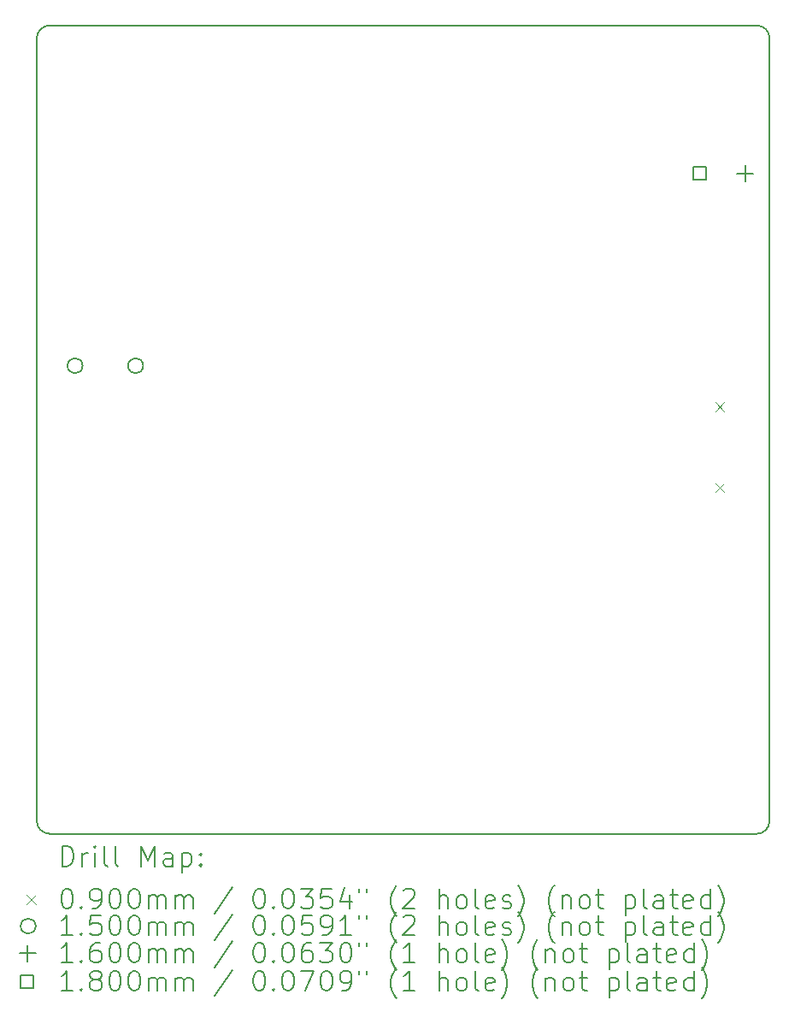
<source format=gbr>
%TF.GenerationSoftware,KiCad,Pcbnew,8.0.3*%
%TF.CreationDate,2025-02-06T23:25:19+07:00*%
%TF.ProjectId,Digital_Multi_Pedal_v1,44696769-7461-46c5-9f4d-756c74695f50,rev?*%
%TF.SameCoordinates,Original*%
%TF.FileFunction,Drillmap*%
%TF.FilePolarity,Positive*%
%FSLAX45Y45*%
G04 Gerber Fmt 4.5, Leading zero omitted, Abs format (unit mm)*
G04 Created by KiCad (PCBNEW 8.0.3) date 2025-02-06 23:25:19*
%MOMM*%
%LPD*%
G01*
G04 APERTURE LIST*
%ADD10C,0.200000*%
%ADD11C,0.100000*%
%ADD12C,0.150000*%
%ADD13C,0.160000*%
%ADD14C,0.180000*%
G04 APERTURE END LIST*
D10*
X10834420Y-14961400D02*
G75*
G02*
X10707420Y-14834400I0J127000D01*
G01*
X17838420Y-14961400D02*
X10834420Y-14961400D01*
X10707420Y-7088400D02*
G75*
G02*
X10834420Y-6961400I127000J0D01*
G01*
X17838420Y-6961400D02*
G75*
G02*
X17965420Y-7088400I0J-127000D01*
G01*
X10707420Y-14834400D02*
X10707420Y-7088400D01*
X17965420Y-14834400D02*
G75*
G02*
X17838420Y-14961400I-127000J0D01*
G01*
X10834420Y-6961400D02*
X17838420Y-6961400D01*
X17965420Y-7088400D02*
X17965420Y-14834400D01*
D11*
X17427420Y-10689400D02*
X17517420Y-10779400D01*
X17517420Y-10689400D02*
X17427420Y-10779400D01*
X17427420Y-11489400D02*
X17517420Y-11579400D01*
X17517420Y-11489400D02*
X17427420Y-11579400D01*
D12*
X11161420Y-10329400D02*
G75*
G02*
X11011420Y-10329400I-75000J0D01*
G01*
X11011420Y-10329400D02*
G75*
G02*
X11161420Y-10329400I75000J0D01*
G01*
X11761420Y-10329400D02*
G75*
G02*
X11611420Y-10329400I-75000J0D01*
G01*
X11611420Y-10329400D02*
G75*
G02*
X11761420Y-10329400I75000J0D01*
G01*
D13*
X17724920Y-8345400D02*
X17724920Y-8505400D01*
X17644920Y-8425400D02*
X17804920Y-8425400D01*
D14*
X17338560Y-8489040D02*
X17338560Y-8361760D01*
X17211280Y-8361760D01*
X17211280Y-8489040D01*
X17338560Y-8489040D01*
D10*
X10958197Y-15282884D02*
X10958197Y-15082884D01*
X10958197Y-15082884D02*
X11005816Y-15082884D01*
X11005816Y-15082884D02*
X11034387Y-15092408D01*
X11034387Y-15092408D02*
X11053435Y-15111455D01*
X11053435Y-15111455D02*
X11062959Y-15130503D01*
X11062959Y-15130503D02*
X11072483Y-15168598D01*
X11072483Y-15168598D02*
X11072483Y-15197169D01*
X11072483Y-15197169D02*
X11062959Y-15235265D01*
X11062959Y-15235265D02*
X11053435Y-15254312D01*
X11053435Y-15254312D02*
X11034387Y-15273360D01*
X11034387Y-15273360D02*
X11005816Y-15282884D01*
X11005816Y-15282884D02*
X10958197Y-15282884D01*
X11158197Y-15282884D02*
X11158197Y-15149550D01*
X11158197Y-15187646D02*
X11167721Y-15168598D01*
X11167721Y-15168598D02*
X11177244Y-15159074D01*
X11177244Y-15159074D02*
X11196292Y-15149550D01*
X11196292Y-15149550D02*
X11215340Y-15149550D01*
X11282006Y-15282884D02*
X11282006Y-15149550D01*
X11282006Y-15082884D02*
X11272482Y-15092408D01*
X11272482Y-15092408D02*
X11282006Y-15101931D01*
X11282006Y-15101931D02*
X11291530Y-15092408D01*
X11291530Y-15092408D02*
X11282006Y-15082884D01*
X11282006Y-15082884D02*
X11282006Y-15101931D01*
X11405816Y-15282884D02*
X11386768Y-15273360D01*
X11386768Y-15273360D02*
X11377244Y-15254312D01*
X11377244Y-15254312D02*
X11377244Y-15082884D01*
X11510578Y-15282884D02*
X11491530Y-15273360D01*
X11491530Y-15273360D02*
X11482006Y-15254312D01*
X11482006Y-15254312D02*
X11482006Y-15082884D01*
X11739149Y-15282884D02*
X11739149Y-15082884D01*
X11739149Y-15082884D02*
X11805816Y-15225741D01*
X11805816Y-15225741D02*
X11872482Y-15082884D01*
X11872482Y-15082884D02*
X11872482Y-15282884D01*
X12053435Y-15282884D02*
X12053435Y-15178122D01*
X12053435Y-15178122D02*
X12043911Y-15159074D01*
X12043911Y-15159074D02*
X12024863Y-15149550D01*
X12024863Y-15149550D02*
X11986768Y-15149550D01*
X11986768Y-15149550D02*
X11967721Y-15159074D01*
X12053435Y-15273360D02*
X12034387Y-15282884D01*
X12034387Y-15282884D02*
X11986768Y-15282884D01*
X11986768Y-15282884D02*
X11967721Y-15273360D01*
X11967721Y-15273360D02*
X11958197Y-15254312D01*
X11958197Y-15254312D02*
X11958197Y-15235265D01*
X11958197Y-15235265D02*
X11967721Y-15216217D01*
X11967721Y-15216217D02*
X11986768Y-15206693D01*
X11986768Y-15206693D02*
X12034387Y-15206693D01*
X12034387Y-15206693D02*
X12053435Y-15197169D01*
X12148673Y-15149550D02*
X12148673Y-15349550D01*
X12148673Y-15159074D02*
X12167721Y-15149550D01*
X12167721Y-15149550D02*
X12205816Y-15149550D01*
X12205816Y-15149550D02*
X12224863Y-15159074D01*
X12224863Y-15159074D02*
X12234387Y-15168598D01*
X12234387Y-15168598D02*
X12243911Y-15187646D01*
X12243911Y-15187646D02*
X12243911Y-15244788D01*
X12243911Y-15244788D02*
X12234387Y-15263836D01*
X12234387Y-15263836D02*
X12224863Y-15273360D01*
X12224863Y-15273360D02*
X12205816Y-15282884D01*
X12205816Y-15282884D02*
X12167721Y-15282884D01*
X12167721Y-15282884D02*
X12148673Y-15273360D01*
X12329625Y-15263836D02*
X12339149Y-15273360D01*
X12339149Y-15273360D02*
X12329625Y-15282884D01*
X12329625Y-15282884D02*
X12320102Y-15273360D01*
X12320102Y-15273360D02*
X12329625Y-15263836D01*
X12329625Y-15263836D02*
X12329625Y-15282884D01*
X12329625Y-15159074D02*
X12339149Y-15168598D01*
X12339149Y-15168598D02*
X12329625Y-15178122D01*
X12329625Y-15178122D02*
X12320102Y-15168598D01*
X12320102Y-15168598D02*
X12329625Y-15159074D01*
X12329625Y-15159074D02*
X12329625Y-15178122D01*
D11*
X10607420Y-15566400D02*
X10697420Y-15656400D01*
X10697420Y-15566400D02*
X10607420Y-15656400D01*
D10*
X10996292Y-15502884D02*
X11015340Y-15502884D01*
X11015340Y-15502884D02*
X11034387Y-15512408D01*
X11034387Y-15512408D02*
X11043911Y-15521931D01*
X11043911Y-15521931D02*
X11053435Y-15540979D01*
X11053435Y-15540979D02*
X11062959Y-15579074D01*
X11062959Y-15579074D02*
X11062959Y-15626693D01*
X11062959Y-15626693D02*
X11053435Y-15664788D01*
X11053435Y-15664788D02*
X11043911Y-15683836D01*
X11043911Y-15683836D02*
X11034387Y-15693360D01*
X11034387Y-15693360D02*
X11015340Y-15702884D01*
X11015340Y-15702884D02*
X10996292Y-15702884D01*
X10996292Y-15702884D02*
X10977244Y-15693360D01*
X10977244Y-15693360D02*
X10967721Y-15683836D01*
X10967721Y-15683836D02*
X10958197Y-15664788D01*
X10958197Y-15664788D02*
X10948673Y-15626693D01*
X10948673Y-15626693D02*
X10948673Y-15579074D01*
X10948673Y-15579074D02*
X10958197Y-15540979D01*
X10958197Y-15540979D02*
X10967721Y-15521931D01*
X10967721Y-15521931D02*
X10977244Y-15512408D01*
X10977244Y-15512408D02*
X10996292Y-15502884D01*
X11148673Y-15683836D02*
X11158197Y-15693360D01*
X11158197Y-15693360D02*
X11148673Y-15702884D01*
X11148673Y-15702884D02*
X11139149Y-15693360D01*
X11139149Y-15693360D02*
X11148673Y-15683836D01*
X11148673Y-15683836D02*
X11148673Y-15702884D01*
X11253435Y-15702884D02*
X11291530Y-15702884D01*
X11291530Y-15702884D02*
X11310578Y-15693360D01*
X11310578Y-15693360D02*
X11320102Y-15683836D01*
X11320102Y-15683836D02*
X11339149Y-15655265D01*
X11339149Y-15655265D02*
X11348673Y-15617169D01*
X11348673Y-15617169D02*
X11348673Y-15540979D01*
X11348673Y-15540979D02*
X11339149Y-15521931D01*
X11339149Y-15521931D02*
X11329625Y-15512408D01*
X11329625Y-15512408D02*
X11310578Y-15502884D01*
X11310578Y-15502884D02*
X11272482Y-15502884D01*
X11272482Y-15502884D02*
X11253435Y-15512408D01*
X11253435Y-15512408D02*
X11243911Y-15521931D01*
X11243911Y-15521931D02*
X11234387Y-15540979D01*
X11234387Y-15540979D02*
X11234387Y-15588598D01*
X11234387Y-15588598D02*
X11243911Y-15607646D01*
X11243911Y-15607646D02*
X11253435Y-15617169D01*
X11253435Y-15617169D02*
X11272482Y-15626693D01*
X11272482Y-15626693D02*
X11310578Y-15626693D01*
X11310578Y-15626693D02*
X11329625Y-15617169D01*
X11329625Y-15617169D02*
X11339149Y-15607646D01*
X11339149Y-15607646D02*
X11348673Y-15588598D01*
X11472482Y-15502884D02*
X11491530Y-15502884D01*
X11491530Y-15502884D02*
X11510578Y-15512408D01*
X11510578Y-15512408D02*
X11520102Y-15521931D01*
X11520102Y-15521931D02*
X11529625Y-15540979D01*
X11529625Y-15540979D02*
X11539149Y-15579074D01*
X11539149Y-15579074D02*
X11539149Y-15626693D01*
X11539149Y-15626693D02*
X11529625Y-15664788D01*
X11529625Y-15664788D02*
X11520102Y-15683836D01*
X11520102Y-15683836D02*
X11510578Y-15693360D01*
X11510578Y-15693360D02*
X11491530Y-15702884D01*
X11491530Y-15702884D02*
X11472482Y-15702884D01*
X11472482Y-15702884D02*
X11453435Y-15693360D01*
X11453435Y-15693360D02*
X11443911Y-15683836D01*
X11443911Y-15683836D02*
X11434387Y-15664788D01*
X11434387Y-15664788D02*
X11424863Y-15626693D01*
X11424863Y-15626693D02*
X11424863Y-15579074D01*
X11424863Y-15579074D02*
X11434387Y-15540979D01*
X11434387Y-15540979D02*
X11443911Y-15521931D01*
X11443911Y-15521931D02*
X11453435Y-15512408D01*
X11453435Y-15512408D02*
X11472482Y-15502884D01*
X11662959Y-15502884D02*
X11682006Y-15502884D01*
X11682006Y-15502884D02*
X11701054Y-15512408D01*
X11701054Y-15512408D02*
X11710578Y-15521931D01*
X11710578Y-15521931D02*
X11720102Y-15540979D01*
X11720102Y-15540979D02*
X11729625Y-15579074D01*
X11729625Y-15579074D02*
X11729625Y-15626693D01*
X11729625Y-15626693D02*
X11720102Y-15664788D01*
X11720102Y-15664788D02*
X11710578Y-15683836D01*
X11710578Y-15683836D02*
X11701054Y-15693360D01*
X11701054Y-15693360D02*
X11682006Y-15702884D01*
X11682006Y-15702884D02*
X11662959Y-15702884D01*
X11662959Y-15702884D02*
X11643911Y-15693360D01*
X11643911Y-15693360D02*
X11634387Y-15683836D01*
X11634387Y-15683836D02*
X11624863Y-15664788D01*
X11624863Y-15664788D02*
X11615340Y-15626693D01*
X11615340Y-15626693D02*
X11615340Y-15579074D01*
X11615340Y-15579074D02*
X11624863Y-15540979D01*
X11624863Y-15540979D02*
X11634387Y-15521931D01*
X11634387Y-15521931D02*
X11643911Y-15512408D01*
X11643911Y-15512408D02*
X11662959Y-15502884D01*
X11815340Y-15702884D02*
X11815340Y-15569550D01*
X11815340Y-15588598D02*
X11824863Y-15579074D01*
X11824863Y-15579074D02*
X11843911Y-15569550D01*
X11843911Y-15569550D02*
X11872483Y-15569550D01*
X11872483Y-15569550D02*
X11891530Y-15579074D01*
X11891530Y-15579074D02*
X11901054Y-15598122D01*
X11901054Y-15598122D02*
X11901054Y-15702884D01*
X11901054Y-15598122D02*
X11910578Y-15579074D01*
X11910578Y-15579074D02*
X11929625Y-15569550D01*
X11929625Y-15569550D02*
X11958197Y-15569550D01*
X11958197Y-15569550D02*
X11977244Y-15579074D01*
X11977244Y-15579074D02*
X11986768Y-15598122D01*
X11986768Y-15598122D02*
X11986768Y-15702884D01*
X12082006Y-15702884D02*
X12082006Y-15569550D01*
X12082006Y-15588598D02*
X12091530Y-15579074D01*
X12091530Y-15579074D02*
X12110578Y-15569550D01*
X12110578Y-15569550D02*
X12139149Y-15569550D01*
X12139149Y-15569550D02*
X12158197Y-15579074D01*
X12158197Y-15579074D02*
X12167721Y-15598122D01*
X12167721Y-15598122D02*
X12167721Y-15702884D01*
X12167721Y-15598122D02*
X12177244Y-15579074D01*
X12177244Y-15579074D02*
X12196292Y-15569550D01*
X12196292Y-15569550D02*
X12224863Y-15569550D01*
X12224863Y-15569550D02*
X12243911Y-15579074D01*
X12243911Y-15579074D02*
X12253435Y-15598122D01*
X12253435Y-15598122D02*
X12253435Y-15702884D01*
X12643911Y-15493360D02*
X12472483Y-15750503D01*
X12901054Y-15502884D02*
X12920102Y-15502884D01*
X12920102Y-15502884D02*
X12939149Y-15512408D01*
X12939149Y-15512408D02*
X12948673Y-15521931D01*
X12948673Y-15521931D02*
X12958197Y-15540979D01*
X12958197Y-15540979D02*
X12967721Y-15579074D01*
X12967721Y-15579074D02*
X12967721Y-15626693D01*
X12967721Y-15626693D02*
X12958197Y-15664788D01*
X12958197Y-15664788D02*
X12948673Y-15683836D01*
X12948673Y-15683836D02*
X12939149Y-15693360D01*
X12939149Y-15693360D02*
X12920102Y-15702884D01*
X12920102Y-15702884D02*
X12901054Y-15702884D01*
X12901054Y-15702884D02*
X12882006Y-15693360D01*
X12882006Y-15693360D02*
X12872483Y-15683836D01*
X12872483Y-15683836D02*
X12862959Y-15664788D01*
X12862959Y-15664788D02*
X12853435Y-15626693D01*
X12853435Y-15626693D02*
X12853435Y-15579074D01*
X12853435Y-15579074D02*
X12862959Y-15540979D01*
X12862959Y-15540979D02*
X12872483Y-15521931D01*
X12872483Y-15521931D02*
X12882006Y-15512408D01*
X12882006Y-15512408D02*
X12901054Y-15502884D01*
X13053435Y-15683836D02*
X13062959Y-15693360D01*
X13062959Y-15693360D02*
X13053435Y-15702884D01*
X13053435Y-15702884D02*
X13043911Y-15693360D01*
X13043911Y-15693360D02*
X13053435Y-15683836D01*
X13053435Y-15683836D02*
X13053435Y-15702884D01*
X13186768Y-15502884D02*
X13205816Y-15502884D01*
X13205816Y-15502884D02*
X13224864Y-15512408D01*
X13224864Y-15512408D02*
X13234387Y-15521931D01*
X13234387Y-15521931D02*
X13243911Y-15540979D01*
X13243911Y-15540979D02*
X13253435Y-15579074D01*
X13253435Y-15579074D02*
X13253435Y-15626693D01*
X13253435Y-15626693D02*
X13243911Y-15664788D01*
X13243911Y-15664788D02*
X13234387Y-15683836D01*
X13234387Y-15683836D02*
X13224864Y-15693360D01*
X13224864Y-15693360D02*
X13205816Y-15702884D01*
X13205816Y-15702884D02*
X13186768Y-15702884D01*
X13186768Y-15702884D02*
X13167721Y-15693360D01*
X13167721Y-15693360D02*
X13158197Y-15683836D01*
X13158197Y-15683836D02*
X13148673Y-15664788D01*
X13148673Y-15664788D02*
X13139149Y-15626693D01*
X13139149Y-15626693D02*
X13139149Y-15579074D01*
X13139149Y-15579074D02*
X13148673Y-15540979D01*
X13148673Y-15540979D02*
X13158197Y-15521931D01*
X13158197Y-15521931D02*
X13167721Y-15512408D01*
X13167721Y-15512408D02*
X13186768Y-15502884D01*
X13320102Y-15502884D02*
X13443911Y-15502884D01*
X13443911Y-15502884D02*
X13377245Y-15579074D01*
X13377245Y-15579074D02*
X13405816Y-15579074D01*
X13405816Y-15579074D02*
X13424864Y-15588598D01*
X13424864Y-15588598D02*
X13434387Y-15598122D01*
X13434387Y-15598122D02*
X13443911Y-15617169D01*
X13443911Y-15617169D02*
X13443911Y-15664788D01*
X13443911Y-15664788D02*
X13434387Y-15683836D01*
X13434387Y-15683836D02*
X13424864Y-15693360D01*
X13424864Y-15693360D02*
X13405816Y-15702884D01*
X13405816Y-15702884D02*
X13348673Y-15702884D01*
X13348673Y-15702884D02*
X13329626Y-15693360D01*
X13329626Y-15693360D02*
X13320102Y-15683836D01*
X13624864Y-15502884D02*
X13529626Y-15502884D01*
X13529626Y-15502884D02*
X13520102Y-15598122D01*
X13520102Y-15598122D02*
X13529626Y-15588598D01*
X13529626Y-15588598D02*
X13548673Y-15579074D01*
X13548673Y-15579074D02*
X13596292Y-15579074D01*
X13596292Y-15579074D02*
X13615340Y-15588598D01*
X13615340Y-15588598D02*
X13624864Y-15598122D01*
X13624864Y-15598122D02*
X13634387Y-15617169D01*
X13634387Y-15617169D02*
X13634387Y-15664788D01*
X13634387Y-15664788D02*
X13624864Y-15683836D01*
X13624864Y-15683836D02*
X13615340Y-15693360D01*
X13615340Y-15693360D02*
X13596292Y-15702884D01*
X13596292Y-15702884D02*
X13548673Y-15702884D01*
X13548673Y-15702884D02*
X13529626Y-15693360D01*
X13529626Y-15693360D02*
X13520102Y-15683836D01*
X13805816Y-15569550D02*
X13805816Y-15702884D01*
X13758197Y-15493360D02*
X13710578Y-15636217D01*
X13710578Y-15636217D02*
X13834387Y-15636217D01*
X13901054Y-15502884D02*
X13901054Y-15540979D01*
X13977245Y-15502884D02*
X13977245Y-15540979D01*
X14272483Y-15779074D02*
X14262959Y-15769550D01*
X14262959Y-15769550D02*
X14243911Y-15740979D01*
X14243911Y-15740979D02*
X14234388Y-15721931D01*
X14234388Y-15721931D02*
X14224864Y-15693360D01*
X14224864Y-15693360D02*
X14215340Y-15645741D01*
X14215340Y-15645741D02*
X14215340Y-15607646D01*
X14215340Y-15607646D02*
X14224864Y-15560027D01*
X14224864Y-15560027D02*
X14234388Y-15531455D01*
X14234388Y-15531455D02*
X14243911Y-15512408D01*
X14243911Y-15512408D02*
X14262959Y-15483836D01*
X14262959Y-15483836D02*
X14272483Y-15474312D01*
X14339149Y-15521931D02*
X14348673Y-15512408D01*
X14348673Y-15512408D02*
X14367721Y-15502884D01*
X14367721Y-15502884D02*
X14415340Y-15502884D01*
X14415340Y-15502884D02*
X14434388Y-15512408D01*
X14434388Y-15512408D02*
X14443911Y-15521931D01*
X14443911Y-15521931D02*
X14453435Y-15540979D01*
X14453435Y-15540979D02*
X14453435Y-15560027D01*
X14453435Y-15560027D02*
X14443911Y-15588598D01*
X14443911Y-15588598D02*
X14329626Y-15702884D01*
X14329626Y-15702884D02*
X14453435Y-15702884D01*
X14691530Y-15702884D02*
X14691530Y-15502884D01*
X14777245Y-15702884D02*
X14777245Y-15598122D01*
X14777245Y-15598122D02*
X14767721Y-15579074D01*
X14767721Y-15579074D02*
X14748673Y-15569550D01*
X14748673Y-15569550D02*
X14720102Y-15569550D01*
X14720102Y-15569550D02*
X14701054Y-15579074D01*
X14701054Y-15579074D02*
X14691530Y-15588598D01*
X14901054Y-15702884D02*
X14882007Y-15693360D01*
X14882007Y-15693360D02*
X14872483Y-15683836D01*
X14872483Y-15683836D02*
X14862959Y-15664788D01*
X14862959Y-15664788D02*
X14862959Y-15607646D01*
X14862959Y-15607646D02*
X14872483Y-15588598D01*
X14872483Y-15588598D02*
X14882007Y-15579074D01*
X14882007Y-15579074D02*
X14901054Y-15569550D01*
X14901054Y-15569550D02*
X14929626Y-15569550D01*
X14929626Y-15569550D02*
X14948673Y-15579074D01*
X14948673Y-15579074D02*
X14958197Y-15588598D01*
X14958197Y-15588598D02*
X14967721Y-15607646D01*
X14967721Y-15607646D02*
X14967721Y-15664788D01*
X14967721Y-15664788D02*
X14958197Y-15683836D01*
X14958197Y-15683836D02*
X14948673Y-15693360D01*
X14948673Y-15693360D02*
X14929626Y-15702884D01*
X14929626Y-15702884D02*
X14901054Y-15702884D01*
X15082007Y-15702884D02*
X15062959Y-15693360D01*
X15062959Y-15693360D02*
X15053435Y-15674312D01*
X15053435Y-15674312D02*
X15053435Y-15502884D01*
X15234388Y-15693360D02*
X15215340Y-15702884D01*
X15215340Y-15702884D02*
X15177245Y-15702884D01*
X15177245Y-15702884D02*
X15158197Y-15693360D01*
X15158197Y-15693360D02*
X15148673Y-15674312D01*
X15148673Y-15674312D02*
X15148673Y-15598122D01*
X15148673Y-15598122D02*
X15158197Y-15579074D01*
X15158197Y-15579074D02*
X15177245Y-15569550D01*
X15177245Y-15569550D02*
X15215340Y-15569550D01*
X15215340Y-15569550D02*
X15234388Y-15579074D01*
X15234388Y-15579074D02*
X15243911Y-15598122D01*
X15243911Y-15598122D02*
X15243911Y-15617169D01*
X15243911Y-15617169D02*
X15148673Y-15636217D01*
X15320102Y-15693360D02*
X15339150Y-15702884D01*
X15339150Y-15702884D02*
X15377245Y-15702884D01*
X15377245Y-15702884D02*
X15396292Y-15693360D01*
X15396292Y-15693360D02*
X15405816Y-15674312D01*
X15405816Y-15674312D02*
X15405816Y-15664788D01*
X15405816Y-15664788D02*
X15396292Y-15645741D01*
X15396292Y-15645741D02*
X15377245Y-15636217D01*
X15377245Y-15636217D02*
X15348673Y-15636217D01*
X15348673Y-15636217D02*
X15329626Y-15626693D01*
X15329626Y-15626693D02*
X15320102Y-15607646D01*
X15320102Y-15607646D02*
X15320102Y-15598122D01*
X15320102Y-15598122D02*
X15329626Y-15579074D01*
X15329626Y-15579074D02*
X15348673Y-15569550D01*
X15348673Y-15569550D02*
X15377245Y-15569550D01*
X15377245Y-15569550D02*
X15396292Y-15579074D01*
X15472483Y-15779074D02*
X15482007Y-15769550D01*
X15482007Y-15769550D02*
X15501054Y-15740979D01*
X15501054Y-15740979D02*
X15510578Y-15721931D01*
X15510578Y-15721931D02*
X15520102Y-15693360D01*
X15520102Y-15693360D02*
X15529626Y-15645741D01*
X15529626Y-15645741D02*
X15529626Y-15607646D01*
X15529626Y-15607646D02*
X15520102Y-15560027D01*
X15520102Y-15560027D02*
X15510578Y-15531455D01*
X15510578Y-15531455D02*
X15501054Y-15512408D01*
X15501054Y-15512408D02*
X15482007Y-15483836D01*
X15482007Y-15483836D02*
X15472483Y-15474312D01*
X15834388Y-15779074D02*
X15824864Y-15769550D01*
X15824864Y-15769550D02*
X15805816Y-15740979D01*
X15805816Y-15740979D02*
X15796292Y-15721931D01*
X15796292Y-15721931D02*
X15786769Y-15693360D01*
X15786769Y-15693360D02*
X15777245Y-15645741D01*
X15777245Y-15645741D02*
X15777245Y-15607646D01*
X15777245Y-15607646D02*
X15786769Y-15560027D01*
X15786769Y-15560027D02*
X15796292Y-15531455D01*
X15796292Y-15531455D02*
X15805816Y-15512408D01*
X15805816Y-15512408D02*
X15824864Y-15483836D01*
X15824864Y-15483836D02*
X15834388Y-15474312D01*
X15910578Y-15569550D02*
X15910578Y-15702884D01*
X15910578Y-15588598D02*
X15920102Y-15579074D01*
X15920102Y-15579074D02*
X15939150Y-15569550D01*
X15939150Y-15569550D02*
X15967721Y-15569550D01*
X15967721Y-15569550D02*
X15986769Y-15579074D01*
X15986769Y-15579074D02*
X15996292Y-15598122D01*
X15996292Y-15598122D02*
X15996292Y-15702884D01*
X16120102Y-15702884D02*
X16101054Y-15693360D01*
X16101054Y-15693360D02*
X16091531Y-15683836D01*
X16091531Y-15683836D02*
X16082007Y-15664788D01*
X16082007Y-15664788D02*
X16082007Y-15607646D01*
X16082007Y-15607646D02*
X16091531Y-15588598D01*
X16091531Y-15588598D02*
X16101054Y-15579074D01*
X16101054Y-15579074D02*
X16120102Y-15569550D01*
X16120102Y-15569550D02*
X16148673Y-15569550D01*
X16148673Y-15569550D02*
X16167721Y-15579074D01*
X16167721Y-15579074D02*
X16177245Y-15588598D01*
X16177245Y-15588598D02*
X16186769Y-15607646D01*
X16186769Y-15607646D02*
X16186769Y-15664788D01*
X16186769Y-15664788D02*
X16177245Y-15683836D01*
X16177245Y-15683836D02*
X16167721Y-15693360D01*
X16167721Y-15693360D02*
X16148673Y-15702884D01*
X16148673Y-15702884D02*
X16120102Y-15702884D01*
X16243912Y-15569550D02*
X16320102Y-15569550D01*
X16272483Y-15502884D02*
X16272483Y-15674312D01*
X16272483Y-15674312D02*
X16282007Y-15693360D01*
X16282007Y-15693360D02*
X16301054Y-15702884D01*
X16301054Y-15702884D02*
X16320102Y-15702884D01*
X16539150Y-15569550D02*
X16539150Y-15769550D01*
X16539150Y-15579074D02*
X16558197Y-15569550D01*
X16558197Y-15569550D02*
X16596293Y-15569550D01*
X16596293Y-15569550D02*
X16615340Y-15579074D01*
X16615340Y-15579074D02*
X16624864Y-15588598D01*
X16624864Y-15588598D02*
X16634388Y-15607646D01*
X16634388Y-15607646D02*
X16634388Y-15664788D01*
X16634388Y-15664788D02*
X16624864Y-15683836D01*
X16624864Y-15683836D02*
X16615340Y-15693360D01*
X16615340Y-15693360D02*
X16596293Y-15702884D01*
X16596293Y-15702884D02*
X16558197Y-15702884D01*
X16558197Y-15702884D02*
X16539150Y-15693360D01*
X16748673Y-15702884D02*
X16729626Y-15693360D01*
X16729626Y-15693360D02*
X16720102Y-15674312D01*
X16720102Y-15674312D02*
X16720102Y-15502884D01*
X16910578Y-15702884D02*
X16910578Y-15598122D01*
X16910578Y-15598122D02*
X16901055Y-15579074D01*
X16901055Y-15579074D02*
X16882007Y-15569550D01*
X16882007Y-15569550D02*
X16843912Y-15569550D01*
X16843912Y-15569550D02*
X16824864Y-15579074D01*
X16910578Y-15693360D02*
X16891531Y-15702884D01*
X16891531Y-15702884D02*
X16843912Y-15702884D01*
X16843912Y-15702884D02*
X16824864Y-15693360D01*
X16824864Y-15693360D02*
X16815340Y-15674312D01*
X16815340Y-15674312D02*
X16815340Y-15655265D01*
X16815340Y-15655265D02*
X16824864Y-15636217D01*
X16824864Y-15636217D02*
X16843912Y-15626693D01*
X16843912Y-15626693D02*
X16891531Y-15626693D01*
X16891531Y-15626693D02*
X16910578Y-15617169D01*
X16977245Y-15569550D02*
X17053435Y-15569550D01*
X17005816Y-15502884D02*
X17005816Y-15674312D01*
X17005816Y-15674312D02*
X17015340Y-15693360D01*
X17015340Y-15693360D02*
X17034388Y-15702884D01*
X17034388Y-15702884D02*
X17053435Y-15702884D01*
X17196293Y-15693360D02*
X17177245Y-15702884D01*
X17177245Y-15702884D02*
X17139150Y-15702884D01*
X17139150Y-15702884D02*
X17120102Y-15693360D01*
X17120102Y-15693360D02*
X17110578Y-15674312D01*
X17110578Y-15674312D02*
X17110578Y-15598122D01*
X17110578Y-15598122D02*
X17120102Y-15579074D01*
X17120102Y-15579074D02*
X17139150Y-15569550D01*
X17139150Y-15569550D02*
X17177245Y-15569550D01*
X17177245Y-15569550D02*
X17196293Y-15579074D01*
X17196293Y-15579074D02*
X17205816Y-15598122D01*
X17205816Y-15598122D02*
X17205816Y-15617169D01*
X17205816Y-15617169D02*
X17110578Y-15636217D01*
X17377245Y-15702884D02*
X17377245Y-15502884D01*
X17377245Y-15693360D02*
X17358197Y-15702884D01*
X17358197Y-15702884D02*
X17320102Y-15702884D01*
X17320102Y-15702884D02*
X17301055Y-15693360D01*
X17301055Y-15693360D02*
X17291531Y-15683836D01*
X17291531Y-15683836D02*
X17282007Y-15664788D01*
X17282007Y-15664788D02*
X17282007Y-15607646D01*
X17282007Y-15607646D02*
X17291531Y-15588598D01*
X17291531Y-15588598D02*
X17301055Y-15579074D01*
X17301055Y-15579074D02*
X17320102Y-15569550D01*
X17320102Y-15569550D02*
X17358197Y-15569550D01*
X17358197Y-15569550D02*
X17377245Y-15579074D01*
X17453436Y-15779074D02*
X17462959Y-15769550D01*
X17462959Y-15769550D02*
X17482007Y-15740979D01*
X17482007Y-15740979D02*
X17491531Y-15721931D01*
X17491531Y-15721931D02*
X17501055Y-15693360D01*
X17501055Y-15693360D02*
X17510578Y-15645741D01*
X17510578Y-15645741D02*
X17510578Y-15607646D01*
X17510578Y-15607646D02*
X17501055Y-15560027D01*
X17501055Y-15560027D02*
X17491531Y-15531455D01*
X17491531Y-15531455D02*
X17482007Y-15512408D01*
X17482007Y-15512408D02*
X17462959Y-15483836D01*
X17462959Y-15483836D02*
X17453436Y-15474312D01*
D12*
X10697420Y-15875400D02*
G75*
G02*
X10547420Y-15875400I-75000J0D01*
G01*
X10547420Y-15875400D02*
G75*
G02*
X10697420Y-15875400I75000J0D01*
G01*
D10*
X11062959Y-15966884D02*
X10948673Y-15966884D01*
X11005816Y-15966884D02*
X11005816Y-15766884D01*
X11005816Y-15766884D02*
X10986768Y-15795455D01*
X10986768Y-15795455D02*
X10967721Y-15814503D01*
X10967721Y-15814503D02*
X10948673Y-15824027D01*
X11148673Y-15947836D02*
X11158197Y-15957360D01*
X11158197Y-15957360D02*
X11148673Y-15966884D01*
X11148673Y-15966884D02*
X11139149Y-15957360D01*
X11139149Y-15957360D02*
X11148673Y-15947836D01*
X11148673Y-15947836D02*
X11148673Y-15966884D01*
X11339149Y-15766884D02*
X11243911Y-15766884D01*
X11243911Y-15766884D02*
X11234387Y-15862122D01*
X11234387Y-15862122D02*
X11243911Y-15852598D01*
X11243911Y-15852598D02*
X11262959Y-15843074D01*
X11262959Y-15843074D02*
X11310578Y-15843074D01*
X11310578Y-15843074D02*
X11329625Y-15852598D01*
X11329625Y-15852598D02*
X11339149Y-15862122D01*
X11339149Y-15862122D02*
X11348673Y-15881169D01*
X11348673Y-15881169D02*
X11348673Y-15928788D01*
X11348673Y-15928788D02*
X11339149Y-15947836D01*
X11339149Y-15947836D02*
X11329625Y-15957360D01*
X11329625Y-15957360D02*
X11310578Y-15966884D01*
X11310578Y-15966884D02*
X11262959Y-15966884D01*
X11262959Y-15966884D02*
X11243911Y-15957360D01*
X11243911Y-15957360D02*
X11234387Y-15947836D01*
X11472482Y-15766884D02*
X11491530Y-15766884D01*
X11491530Y-15766884D02*
X11510578Y-15776408D01*
X11510578Y-15776408D02*
X11520102Y-15785931D01*
X11520102Y-15785931D02*
X11529625Y-15804979D01*
X11529625Y-15804979D02*
X11539149Y-15843074D01*
X11539149Y-15843074D02*
X11539149Y-15890693D01*
X11539149Y-15890693D02*
X11529625Y-15928788D01*
X11529625Y-15928788D02*
X11520102Y-15947836D01*
X11520102Y-15947836D02*
X11510578Y-15957360D01*
X11510578Y-15957360D02*
X11491530Y-15966884D01*
X11491530Y-15966884D02*
X11472482Y-15966884D01*
X11472482Y-15966884D02*
X11453435Y-15957360D01*
X11453435Y-15957360D02*
X11443911Y-15947836D01*
X11443911Y-15947836D02*
X11434387Y-15928788D01*
X11434387Y-15928788D02*
X11424863Y-15890693D01*
X11424863Y-15890693D02*
X11424863Y-15843074D01*
X11424863Y-15843074D02*
X11434387Y-15804979D01*
X11434387Y-15804979D02*
X11443911Y-15785931D01*
X11443911Y-15785931D02*
X11453435Y-15776408D01*
X11453435Y-15776408D02*
X11472482Y-15766884D01*
X11662959Y-15766884D02*
X11682006Y-15766884D01*
X11682006Y-15766884D02*
X11701054Y-15776408D01*
X11701054Y-15776408D02*
X11710578Y-15785931D01*
X11710578Y-15785931D02*
X11720102Y-15804979D01*
X11720102Y-15804979D02*
X11729625Y-15843074D01*
X11729625Y-15843074D02*
X11729625Y-15890693D01*
X11729625Y-15890693D02*
X11720102Y-15928788D01*
X11720102Y-15928788D02*
X11710578Y-15947836D01*
X11710578Y-15947836D02*
X11701054Y-15957360D01*
X11701054Y-15957360D02*
X11682006Y-15966884D01*
X11682006Y-15966884D02*
X11662959Y-15966884D01*
X11662959Y-15966884D02*
X11643911Y-15957360D01*
X11643911Y-15957360D02*
X11634387Y-15947836D01*
X11634387Y-15947836D02*
X11624863Y-15928788D01*
X11624863Y-15928788D02*
X11615340Y-15890693D01*
X11615340Y-15890693D02*
X11615340Y-15843074D01*
X11615340Y-15843074D02*
X11624863Y-15804979D01*
X11624863Y-15804979D02*
X11634387Y-15785931D01*
X11634387Y-15785931D02*
X11643911Y-15776408D01*
X11643911Y-15776408D02*
X11662959Y-15766884D01*
X11815340Y-15966884D02*
X11815340Y-15833550D01*
X11815340Y-15852598D02*
X11824863Y-15843074D01*
X11824863Y-15843074D02*
X11843911Y-15833550D01*
X11843911Y-15833550D02*
X11872483Y-15833550D01*
X11872483Y-15833550D02*
X11891530Y-15843074D01*
X11891530Y-15843074D02*
X11901054Y-15862122D01*
X11901054Y-15862122D02*
X11901054Y-15966884D01*
X11901054Y-15862122D02*
X11910578Y-15843074D01*
X11910578Y-15843074D02*
X11929625Y-15833550D01*
X11929625Y-15833550D02*
X11958197Y-15833550D01*
X11958197Y-15833550D02*
X11977244Y-15843074D01*
X11977244Y-15843074D02*
X11986768Y-15862122D01*
X11986768Y-15862122D02*
X11986768Y-15966884D01*
X12082006Y-15966884D02*
X12082006Y-15833550D01*
X12082006Y-15852598D02*
X12091530Y-15843074D01*
X12091530Y-15843074D02*
X12110578Y-15833550D01*
X12110578Y-15833550D02*
X12139149Y-15833550D01*
X12139149Y-15833550D02*
X12158197Y-15843074D01*
X12158197Y-15843074D02*
X12167721Y-15862122D01*
X12167721Y-15862122D02*
X12167721Y-15966884D01*
X12167721Y-15862122D02*
X12177244Y-15843074D01*
X12177244Y-15843074D02*
X12196292Y-15833550D01*
X12196292Y-15833550D02*
X12224863Y-15833550D01*
X12224863Y-15833550D02*
X12243911Y-15843074D01*
X12243911Y-15843074D02*
X12253435Y-15862122D01*
X12253435Y-15862122D02*
X12253435Y-15966884D01*
X12643911Y-15757360D02*
X12472483Y-16014503D01*
X12901054Y-15766884D02*
X12920102Y-15766884D01*
X12920102Y-15766884D02*
X12939149Y-15776408D01*
X12939149Y-15776408D02*
X12948673Y-15785931D01*
X12948673Y-15785931D02*
X12958197Y-15804979D01*
X12958197Y-15804979D02*
X12967721Y-15843074D01*
X12967721Y-15843074D02*
X12967721Y-15890693D01*
X12967721Y-15890693D02*
X12958197Y-15928788D01*
X12958197Y-15928788D02*
X12948673Y-15947836D01*
X12948673Y-15947836D02*
X12939149Y-15957360D01*
X12939149Y-15957360D02*
X12920102Y-15966884D01*
X12920102Y-15966884D02*
X12901054Y-15966884D01*
X12901054Y-15966884D02*
X12882006Y-15957360D01*
X12882006Y-15957360D02*
X12872483Y-15947836D01*
X12872483Y-15947836D02*
X12862959Y-15928788D01*
X12862959Y-15928788D02*
X12853435Y-15890693D01*
X12853435Y-15890693D02*
X12853435Y-15843074D01*
X12853435Y-15843074D02*
X12862959Y-15804979D01*
X12862959Y-15804979D02*
X12872483Y-15785931D01*
X12872483Y-15785931D02*
X12882006Y-15776408D01*
X12882006Y-15776408D02*
X12901054Y-15766884D01*
X13053435Y-15947836D02*
X13062959Y-15957360D01*
X13062959Y-15957360D02*
X13053435Y-15966884D01*
X13053435Y-15966884D02*
X13043911Y-15957360D01*
X13043911Y-15957360D02*
X13053435Y-15947836D01*
X13053435Y-15947836D02*
X13053435Y-15966884D01*
X13186768Y-15766884D02*
X13205816Y-15766884D01*
X13205816Y-15766884D02*
X13224864Y-15776408D01*
X13224864Y-15776408D02*
X13234387Y-15785931D01*
X13234387Y-15785931D02*
X13243911Y-15804979D01*
X13243911Y-15804979D02*
X13253435Y-15843074D01*
X13253435Y-15843074D02*
X13253435Y-15890693D01*
X13253435Y-15890693D02*
X13243911Y-15928788D01*
X13243911Y-15928788D02*
X13234387Y-15947836D01*
X13234387Y-15947836D02*
X13224864Y-15957360D01*
X13224864Y-15957360D02*
X13205816Y-15966884D01*
X13205816Y-15966884D02*
X13186768Y-15966884D01*
X13186768Y-15966884D02*
X13167721Y-15957360D01*
X13167721Y-15957360D02*
X13158197Y-15947836D01*
X13158197Y-15947836D02*
X13148673Y-15928788D01*
X13148673Y-15928788D02*
X13139149Y-15890693D01*
X13139149Y-15890693D02*
X13139149Y-15843074D01*
X13139149Y-15843074D02*
X13148673Y-15804979D01*
X13148673Y-15804979D02*
X13158197Y-15785931D01*
X13158197Y-15785931D02*
X13167721Y-15776408D01*
X13167721Y-15776408D02*
X13186768Y-15766884D01*
X13434387Y-15766884D02*
X13339149Y-15766884D01*
X13339149Y-15766884D02*
X13329626Y-15862122D01*
X13329626Y-15862122D02*
X13339149Y-15852598D01*
X13339149Y-15852598D02*
X13358197Y-15843074D01*
X13358197Y-15843074D02*
X13405816Y-15843074D01*
X13405816Y-15843074D02*
X13424864Y-15852598D01*
X13424864Y-15852598D02*
X13434387Y-15862122D01*
X13434387Y-15862122D02*
X13443911Y-15881169D01*
X13443911Y-15881169D02*
X13443911Y-15928788D01*
X13443911Y-15928788D02*
X13434387Y-15947836D01*
X13434387Y-15947836D02*
X13424864Y-15957360D01*
X13424864Y-15957360D02*
X13405816Y-15966884D01*
X13405816Y-15966884D02*
X13358197Y-15966884D01*
X13358197Y-15966884D02*
X13339149Y-15957360D01*
X13339149Y-15957360D02*
X13329626Y-15947836D01*
X13539149Y-15966884D02*
X13577245Y-15966884D01*
X13577245Y-15966884D02*
X13596292Y-15957360D01*
X13596292Y-15957360D02*
X13605816Y-15947836D01*
X13605816Y-15947836D02*
X13624864Y-15919265D01*
X13624864Y-15919265D02*
X13634387Y-15881169D01*
X13634387Y-15881169D02*
X13634387Y-15804979D01*
X13634387Y-15804979D02*
X13624864Y-15785931D01*
X13624864Y-15785931D02*
X13615340Y-15776408D01*
X13615340Y-15776408D02*
X13596292Y-15766884D01*
X13596292Y-15766884D02*
X13558197Y-15766884D01*
X13558197Y-15766884D02*
X13539149Y-15776408D01*
X13539149Y-15776408D02*
X13529626Y-15785931D01*
X13529626Y-15785931D02*
X13520102Y-15804979D01*
X13520102Y-15804979D02*
X13520102Y-15852598D01*
X13520102Y-15852598D02*
X13529626Y-15871646D01*
X13529626Y-15871646D02*
X13539149Y-15881169D01*
X13539149Y-15881169D02*
X13558197Y-15890693D01*
X13558197Y-15890693D02*
X13596292Y-15890693D01*
X13596292Y-15890693D02*
X13615340Y-15881169D01*
X13615340Y-15881169D02*
X13624864Y-15871646D01*
X13624864Y-15871646D02*
X13634387Y-15852598D01*
X13824864Y-15966884D02*
X13710578Y-15966884D01*
X13767721Y-15966884D02*
X13767721Y-15766884D01*
X13767721Y-15766884D02*
X13748673Y-15795455D01*
X13748673Y-15795455D02*
X13729626Y-15814503D01*
X13729626Y-15814503D02*
X13710578Y-15824027D01*
X13901054Y-15766884D02*
X13901054Y-15804979D01*
X13977245Y-15766884D02*
X13977245Y-15804979D01*
X14272483Y-16043074D02*
X14262959Y-16033550D01*
X14262959Y-16033550D02*
X14243911Y-16004979D01*
X14243911Y-16004979D02*
X14234388Y-15985931D01*
X14234388Y-15985931D02*
X14224864Y-15957360D01*
X14224864Y-15957360D02*
X14215340Y-15909741D01*
X14215340Y-15909741D02*
X14215340Y-15871646D01*
X14215340Y-15871646D02*
X14224864Y-15824027D01*
X14224864Y-15824027D02*
X14234388Y-15795455D01*
X14234388Y-15795455D02*
X14243911Y-15776408D01*
X14243911Y-15776408D02*
X14262959Y-15747836D01*
X14262959Y-15747836D02*
X14272483Y-15738312D01*
X14339149Y-15785931D02*
X14348673Y-15776408D01*
X14348673Y-15776408D02*
X14367721Y-15766884D01*
X14367721Y-15766884D02*
X14415340Y-15766884D01*
X14415340Y-15766884D02*
X14434388Y-15776408D01*
X14434388Y-15776408D02*
X14443911Y-15785931D01*
X14443911Y-15785931D02*
X14453435Y-15804979D01*
X14453435Y-15804979D02*
X14453435Y-15824027D01*
X14453435Y-15824027D02*
X14443911Y-15852598D01*
X14443911Y-15852598D02*
X14329626Y-15966884D01*
X14329626Y-15966884D02*
X14453435Y-15966884D01*
X14691530Y-15966884D02*
X14691530Y-15766884D01*
X14777245Y-15966884D02*
X14777245Y-15862122D01*
X14777245Y-15862122D02*
X14767721Y-15843074D01*
X14767721Y-15843074D02*
X14748673Y-15833550D01*
X14748673Y-15833550D02*
X14720102Y-15833550D01*
X14720102Y-15833550D02*
X14701054Y-15843074D01*
X14701054Y-15843074D02*
X14691530Y-15852598D01*
X14901054Y-15966884D02*
X14882007Y-15957360D01*
X14882007Y-15957360D02*
X14872483Y-15947836D01*
X14872483Y-15947836D02*
X14862959Y-15928788D01*
X14862959Y-15928788D02*
X14862959Y-15871646D01*
X14862959Y-15871646D02*
X14872483Y-15852598D01*
X14872483Y-15852598D02*
X14882007Y-15843074D01*
X14882007Y-15843074D02*
X14901054Y-15833550D01*
X14901054Y-15833550D02*
X14929626Y-15833550D01*
X14929626Y-15833550D02*
X14948673Y-15843074D01*
X14948673Y-15843074D02*
X14958197Y-15852598D01*
X14958197Y-15852598D02*
X14967721Y-15871646D01*
X14967721Y-15871646D02*
X14967721Y-15928788D01*
X14967721Y-15928788D02*
X14958197Y-15947836D01*
X14958197Y-15947836D02*
X14948673Y-15957360D01*
X14948673Y-15957360D02*
X14929626Y-15966884D01*
X14929626Y-15966884D02*
X14901054Y-15966884D01*
X15082007Y-15966884D02*
X15062959Y-15957360D01*
X15062959Y-15957360D02*
X15053435Y-15938312D01*
X15053435Y-15938312D02*
X15053435Y-15766884D01*
X15234388Y-15957360D02*
X15215340Y-15966884D01*
X15215340Y-15966884D02*
X15177245Y-15966884D01*
X15177245Y-15966884D02*
X15158197Y-15957360D01*
X15158197Y-15957360D02*
X15148673Y-15938312D01*
X15148673Y-15938312D02*
X15148673Y-15862122D01*
X15148673Y-15862122D02*
X15158197Y-15843074D01*
X15158197Y-15843074D02*
X15177245Y-15833550D01*
X15177245Y-15833550D02*
X15215340Y-15833550D01*
X15215340Y-15833550D02*
X15234388Y-15843074D01*
X15234388Y-15843074D02*
X15243911Y-15862122D01*
X15243911Y-15862122D02*
X15243911Y-15881169D01*
X15243911Y-15881169D02*
X15148673Y-15900217D01*
X15320102Y-15957360D02*
X15339150Y-15966884D01*
X15339150Y-15966884D02*
X15377245Y-15966884D01*
X15377245Y-15966884D02*
X15396292Y-15957360D01*
X15396292Y-15957360D02*
X15405816Y-15938312D01*
X15405816Y-15938312D02*
X15405816Y-15928788D01*
X15405816Y-15928788D02*
X15396292Y-15909741D01*
X15396292Y-15909741D02*
X15377245Y-15900217D01*
X15377245Y-15900217D02*
X15348673Y-15900217D01*
X15348673Y-15900217D02*
X15329626Y-15890693D01*
X15329626Y-15890693D02*
X15320102Y-15871646D01*
X15320102Y-15871646D02*
X15320102Y-15862122D01*
X15320102Y-15862122D02*
X15329626Y-15843074D01*
X15329626Y-15843074D02*
X15348673Y-15833550D01*
X15348673Y-15833550D02*
X15377245Y-15833550D01*
X15377245Y-15833550D02*
X15396292Y-15843074D01*
X15472483Y-16043074D02*
X15482007Y-16033550D01*
X15482007Y-16033550D02*
X15501054Y-16004979D01*
X15501054Y-16004979D02*
X15510578Y-15985931D01*
X15510578Y-15985931D02*
X15520102Y-15957360D01*
X15520102Y-15957360D02*
X15529626Y-15909741D01*
X15529626Y-15909741D02*
X15529626Y-15871646D01*
X15529626Y-15871646D02*
X15520102Y-15824027D01*
X15520102Y-15824027D02*
X15510578Y-15795455D01*
X15510578Y-15795455D02*
X15501054Y-15776408D01*
X15501054Y-15776408D02*
X15482007Y-15747836D01*
X15482007Y-15747836D02*
X15472483Y-15738312D01*
X15834388Y-16043074D02*
X15824864Y-16033550D01*
X15824864Y-16033550D02*
X15805816Y-16004979D01*
X15805816Y-16004979D02*
X15796292Y-15985931D01*
X15796292Y-15985931D02*
X15786769Y-15957360D01*
X15786769Y-15957360D02*
X15777245Y-15909741D01*
X15777245Y-15909741D02*
X15777245Y-15871646D01*
X15777245Y-15871646D02*
X15786769Y-15824027D01*
X15786769Y-15824027D02*
X15796292Y-15795455D01*
X15796292Y-15795455D02*
X15805816Y-15776408D01*
X15805816Y-15776408D02*
X15824864Y-15747836D01*
X15824864Y-15747836D02*
X15834388Y-15738312D01*
X15910578Y-15833550D02*
X15910578Y-15966884D01*
X15910578Y-15852598D02*
X15920102Y-15843074D01*
X15920102Y-15843074D02*
X15939150Y-15833550D01*
X15939150Y-15833550D02*
X15967721Y-15833550D01*
X15967721Y-15833550D02*
X15986769Y-15843074D01*
X15986769Y-15843074D02*
X15996292Y-15862122D01*
X15996292Y-15862122D02*
X15996292Y-15966884D01*
X16120102Y-15966884D02*
X16101054Y-15957360D01*
X16101054Y-15957360D02*
X16091531Y-15947836D01*
X16091531Y-15947836D02*
X16082007Y-15928788D01*
X16082007Y-15928788D02*
X16082007Y-15871646D01*
X16082007Y-15871646D02*
X16091531Y-15852598D01*
X16091531Y-15852598D02*
X16101054Y-15843074D01*
X16101054Y-15843074D02*
X16120102Y-15833550D01*
X16120102Y-15833550D02*
X16148673Y-15833550D01*
X16148673Y-15833550D02*
X16167721Y-15843074D01*
X16167721Y-15843074D02*
X16177245Y-15852598D01*
X16177245Y-15852598D02*
X16186769Y-15871646D01*
X16186769Y-15871646D02*
X16186769Y-15928788D01*
X16186769Y-15928788D02*
X16177245Y-15947836D01*
X16177245Y-15947836D02*
X16167721Y-15957360D01*
X16167721Y-15957360D02*
X16148673Y-15966884D01*
X16148673Y-15966884D02*
X16120102Y-15966884D01*
X16243912Y-15833550D02*
X16320102Y-15833550D01*
X16272483Y-15766884D02*
X16272483Y-15938312D01*
X16272483Y-15938312D02*
X16282007Y-15957360D01*
X16282007Y-15957360D02*
X16301054Y-15966884D01*
X16301054Y-15966884D02*
X16320102Y-15966884D01*
X16539150Y-15833550D02*
X16539150Y-16033550D01*
X16539150Y-15843074D02*
X16558197Y-15833550D01*
X16558197Y-15833550D02*
X16596293Y-15833550D01*
X16596293Y-15833550D02*
X16615340Y-15843074D01*
X16615340Y-15843074D02*
X16624864Y-15852598D01*
X16624864Y-15852598D02*
X16634388Y-15871646D01*
X16634388Y-15871646D02*
X16634388Y-15928788D01*
X16634388Y-15928788D02*
X16624864Y-15947836D01*
X16624864Y-15947836D02*
X16615340Y-15957360D01*
X16615340Y-15957360D02*
X16596293Y-15966884D01*
X16596293Y-15966884D02*
X16558197Y-15966884D01*
X16558197Y-15966884D02*
X16539150Y-15957360D01*
X16748673Y-15966884D02*
X16729626Y-15957360D01*
X16729626Y-15957360D02*
X16720102Y-15938312D01*
X16720102Y-15938312D02*
X16720102Y-15766884D01*
X16910578Y-15966884D02*
X16910578Y-15862122D01*
X16910578Y-15862122D02*
X16901055Y-15843074D01*
X16901055Y-15843074D02*
X16882007Y-15833550D01*
X16882007Y-15833550D02*
X16843912Y-15833550D01*
X16843912Y-15833550D02*
X16824864Y-15843074D01*
X16910578Y-15957360D02*
X16891531Y-15966884D01*
X16891531Y-15966884D02*
X16843912Y-15966884D01*
X16843912Y-15966884D02*
X16824864Y-15957360D01*
X16824864Y-15957360D02*
X16815340Y-15938312D01*
X16815340Y-15938312D02*
X16815340Y-15919265D01*
X16815340Y-15919265D02*
X16824864Y-15900217D01*
X16824864Y-15900217D02*
X16843912Y-15890693D01*
X16843912Y-15890693D02*
X16891531Y-15890693D01*
X16891531Y-15890693D02*
X16910578Y-15881169D01*
X16977245Y-15833550D02*
X17053435Y-15833550D01*
X17005816Y-15766884D02*
X17005816Y-15938312D01*
X17005816Y-15938312D02*
X17015340Y-15957360D01*
X17015340Y-15957360D02*
X17034388Y-15966884D01*
X17034388Y-15966884D02*
X17053435Y-15966884D01*
X17196293Y-15957360D02*
X17177245Y-15966884D01*
X17177245Y-15966884D02*
X17139150Y-15966884D01*
X17139150Y-15966884D02*
X17120102Y-15957360D01*
X17120102Y-15957360D02*
X17110578Y-15938312D01*
X17110578Y-15938312D02*
X17110578Y-15862122D01*
X17110578Y-15862122D02*
X17120102Y-15843074D01*
X17120102Y-15843074D02*
X17139150Y-15833550D01*
X17139150Y-15833550D02*
X17177245Y-15833550D01*
X17177245Y-15833550D02*
X17196293Y-15843074D01*
X17196293Y-15843074D02*
X17205816Y-15862122D01*
X17205816Y-15862122D02*
X17205816Y-15881169D01*
X17205816Y-15881169D02*
X17110578Y-15900217D01*
X17377245Y-15966884D02*
X17377245Y-15766884D01*
X17377245Y-15957360D02*
X17358197Y-15966884D01*
X17358197Y-15966884D02*
X17320102Y-15966884D01*
X17320102Y-15966884D02*
X17301055Y-15957360D01*
X17301055Y-15957360D02*
X17291531Y-15947836D01*
X17291531Y-15947836D02*
X17282007Y-15928788D01*
X17282007Y-15928788D02*
X17282007Y-15871646D01*
X17282007Y-15871646D02*
X17291531Y-15852598D01*
X17291531Y-15852598D02*
X17301055Y-15843074D01*
X17301055Y-15843074D02*
X17320102Y-15833550D01*
X17320102Y-15833550D02*
X17358197Y-15833550D01*
X17358197Y-15833550D02*
X17377245Y-15843074D01*
X17453436Y-16043074D02*
X17462959Y-16033550D01*
X17462959Y-16033550D02*
X17482007Y-16004979D01*
X17482007Y-16004979D02*
X17491531Y-15985931D01*
X17491531Y-15985931D02*
X17501055Y-15957360D01*
X17501055Y-15957360D02*
X17510578Y-15909741D01*
X17510578Y-15909741D02*
X17510578Y-15871646D01*
X17510578Y-15871646D02*
X17501055Y-15824027D01*
X17501055Y-15824027D02*
X17491531Y-15795455D01*
X17491531Y-15795455D02*
X17482007Y-15776408D01*
X17482007Y-15776408D02*
X17462959Y-15747836D01*
X17462959Y-15747836D02*
X17453436Y-15738312D01*
D13*
X10617420Y-16065400D02*
X10617420Y-16225400D01*
X10537420Y-16145400D02*
X10697420Y-16145400D01*
D10*
X11062959Y-16236884D02*
X10948673Y-16236884D01*
X11005816Y-16236884D02*
X11005816Y-16036884D01*
X11005816Y-16036884D02*
X10986768Y-16065455D01*
X10986768Y-16065455D02*
X10967721Y-16084503D01*
X10967721Y-16084503D02*
X10948673Y-16094027D01*
X11148673Y-16217836D02*
X11158197Y-16227360D01*
X11158197Y-16227360D02*
X11148673Y-16236884D01*
X11148673Y-16236884D02*
X11139149Y-16227360D01*
X11139149Y-16227360D02*
X11148673Y-16217836D01*
X11148673Y-16217836D02*
X11148673Y-16236884D01*
X11329625Y-16036884D02*
X11291530Y-16036884D01*
X11291530Y-16036884D02*
X11272482Y-16046408D01*
X11272482Y-16046408D02*
X11262959Y-16055931D01*
X11262959Y-16055931D02*
X11243911Y-16084503D01*
X11243911Y-16084503D02*
X11234387Y-16122598D01*
X11234387Y-16122598D02*
X11234387Y-16198788D01*
X11234387Y-16198788D02*
X11243911Y-16217836D01*
X11243911Y-16217836D02*
X11253435Y-16227360D01*
X11253435Y-16227360D02*
X11272482Y-16236884D01*
X11272482Y-16236884D02*
X11310578Y-16236884D01*
X11310578Y-16236884D02*
X11329625Y-16227360D01*
X11329625Y-16227360D02*
X11339149Y-16217836D01*
X11339149Y-16217836D02*
X11348673Y-16198788D01*
X11348673Y-16198788D02*
X11348673Y-16151169D01*
X11348673Y-16151169D02*
X11339149Y-16132122D01*
X11339149Y-16132122D02*
X11329625Y-16122598D01*
X11329625Y-16122598D02*
X11310578Y-16113074D01*
X11310578Y-16113074D02*
X11272482Y-16113074D01*
X11272482Y-16113074D02*
X11253435Y-16122598D01*
X11253435Y-16122598D02*
X11243911Y-16132122D01*
X11243911Y-16132122D02*
X11234387Y-16151169D01*
X11472482Y-16036884D02*
X11491530Y-16036884D01*
X11491530Y-16036884D02*
X11510578Y-16046408D01*
X11510578Y-16046408D02*
X11520102Y-16055931D01*
X11520102Y-16055931D02*
X11529625Y-16074979D01*
X11529625Y-16074979D02*
X11539149Y-16113074D01*
X11539149Y-16113074D02*
X11539149Y-16160693D01*
X11539149Y-16160693D02*
X11529625Y-16198788D01*
X11529625Y-16198788D02*
X11520102Y-16217836D01*
X11520102Y-16217836D02*
X11510578Y-16227360D01*
X11510578Y-16227360D02*
X11491530Y-16236884D01*
X11491530Y-16236884D02*
X11472482Y-16236884D01*
X11472482Y-16236884D02*
X11453435Y-16227360D01*
X11453435Y-16227360D02*
X11443911Y-16217836D01*
X11443911Y-16217836D02*
X11434387Y-16198788D01*
X11434387Y-16198788D02*
X11424863Y-16160693D01*
X11424863Y-16160693D02*
X11424863Y-16113074D01*
X11424863Y-16113074D02*
X11434387Y-16074979D01*
X11434387Y-16074979D02*
X11443911Y-16055931D01*
X11443911Y-16055931D02*
X11453435Y-16046408D01*
X11453435Y-16046408D02*
X11472482Y-16036884D01*
X11662959Y-16036884D02*
X11682006Y-16036884D01*
X11682006Y-16036884D02*
X11701054Y-16046408D01*
X11701054Y-16046408D02*
X11710578Y-16055931D01*
X11710578Y-16055931D02*
X11720102Y-16074979D01*
X11720102Y-16074979D02*
X11729625Y-16113074D01*
X11729625Y-16113074D02*
X11729625Y-16160693D01*
X11729625Y-16160693D02*
X11720102Y-16198788D01*
X11720102Y-16198788D02*
X11710578Y-16217836D01*
X11710578Y-16217836D02*
X11701054Y-16227360D01*
X11701054Y-16227360D02*
X11682006Y-16236884D01*
X11682006Y-16236884D02*
X11662959Y-16236884D01*
X11662959Y-16236884D02*
X11643911Y-16227360D01*
X11643911Y-16227360D02*
X11634387Y-16217836D01*
X11634387Y-16217836D02*
X11624863Y-16198788D01*
X11624863Y-16198788D02*
X11615340Y-16160693D01*
X11615340Y-16160693D02*
X11615340Y-16113074D01*
X11615340Y-16113074D02*
X11624863Y-16074979D01*
X11624863Y-16074979D02*
X11634387Y-16055931D01*
X11634387Y-16055931D02*
X11643911Y-16046408D01*
X11643911Y-16046408D02*
X11662959Y-16036884D01*
X11815340Y-16236884D02*
X11815340Y-16103550D01*
X11815340Y-16122598D02*
X11824863Y-16113074D01*
X11824863Y-16113074D02*
X11843911Y-16103550D01*
X11843911Y-16103550D02*
X11872483Y-16103550D01*
X11872483Y-16103550D02*
X11891530Y-16113074D01*
X11891530Y-16113074D02*
X11901054Y-16132122D01*
X11901054Y-16132122D02*
X11901054Y-16236884D01*
X11901054Y-16132122D02*
X11910578Y-16113074D01*
X11910578Y-16113074D02*
X11929625Y-16103550D01*
X11929625Y-16103550D02*
X11958197Y-16103550D01*
X11958197Y-16103550D02*
X11977244Y-16113074D01*
X11977244Y-16113074D02*
X11986768Y-16132122D01*
X11986768Y-16132122D02*
X11986768Y-16236884D01*
X12082006Y-16236884D02*
X12082006Y-16103550D01*
X12082006Y-16122598D02*
X12091530Y-16113074D01*
X12091530Y-16113074D02*
X12110578Y-16103550D01*
X12110578Y-16103550D02*
X12139149Y-16103550D01*
X12139149Y-16103550D02*
X12158197Y-16113074D01*
X12158197Y-16113074D02*
X12167721Y-16132122D01*
X12167721Y-16132122D02*
X12167721Y-16236884D01*
X12167721Y-16132122D02*
X12177244Y-16113074D01*
X12177244Y-16113074D02*
X12196292Y-16103550D01*
X12196292Y-16103550D02*
X12224863Y-16103550D01*
X12224863Y-16103550D02*
X12243911Y-16113074D01*
X12243911Y-16113074D02*
X12253435Y-16132122D01*
X12253435Y-16132122D02*
X12253435Y-16236884D01*
X12643911Y-16027360D02*
X12472483Y-16284503D01*
X12901054Y-16036884D02*
X12920102Y-16036884D01*
X12920102Y-16036884D02*
X12939149Y-16046408D01*
X12939149Y-16046408D02*
X12948673Y-16055931D01*
X12948673Y-16055931D02*
X12958197Y-16074979D01*
X12958197Y-16074979D02*
X12967721Y-16113074D01*
X12967721Y-16113074D02*
X12967721Y-16160693D01*
X12967721Y-16160693D02*
X12958197Y-16198788D01*
X12958197Y-16198788D02*
X12948673Y-16217836D01*
X12948673Y-16217836D02*
X12939149Y-16227360D01*
X12939149Y-16227360D02*
X12920102Y-16236884D01*
X12920102Y-16236884D02*
X12901054Y-16236884D01*
X12901054Y-16236884D02*
X12882006Y-16227360D01*
X12882006Y-16227360D02*
X12872483Y-16217836D01*
X12872483Y-16217836D02*
X12862959Y-16198788D01*
X12862959Y-16198788D02*
X12853435Y-16160693D01*
X12853435Y-16160693D02*
X12853435Y-16113074D01*
X12853435Y-16113074D02*
X12862959Y-16074979D01*
X12862959Y-16074979D02*
X12872483Y-16055931D01*
X12872483Y-16055931D02*
X12882006Y-16046408D01*
X12882006Y-16046408D02*
X12901054Y-16036884D01*
X13053435Y-16217836D02*
X13062959Y-16227360D01*
X13062959Y-16227360D02*
X13053435Y-16236884D01*
X13053435Y-16236884D02*
X13043911Y-16227360D01*
X13043911Y-16227360D02*
X13053435Y-16217836D01*
X13053435Y-16217836D02*
X13053435Y-16236884D01*
X13186768Y-16036884D02*
X13205816Y-16036884D01*
X13205816Y-16036884D02*
X13224864Y-16046408D01*
X13224864Y-16046408D02*
X13234387Y-16055931D01*
X13234387Y-16055931D02*
X13243911Y-16074979D01*
X13243911Y-16074979D02*
X13253435Y-16113074D01*
X13253435Y-16113074D02*
X13253435Y-16160693D01*
X13253435Y-16160693D02*
X13243911Y-16198788D01*
X13243911Y-16198788D02*
X13234387Y-16217836D01*
X13234387Y-16217836D02*
X13224864Y-16227360D01*
X13224864Y-16227360D02*
X13205816Y-16236884D01*
X13205816Y-16236884D02*
X13186768Y-16236884D01*
X13186768Y-16236884D02*
X13167721Y-16227360D01*
X13167721Y-16227360D02*
X13158197Y-16217836D01*
X13158197Y-16217836D02*
X13148673Y-16198788D01*
X13148673Y-16198788D02*
X13139149Y-16160693D01*
X13139149Y-16160693D02*
X13139149Y-16113074D01*
X13139149Y-16113074D02*
X13148673Y-16074979D01*
X13148673Y-16074979D02*
X13158197Y-16055931D01*
X13158197Y-16055931D02*
X13167721Y-16046408D01*
X13167721Y-16046408D02*
X13186768Y-16036884D01*
X13424864Y-16036884D02*
X13386768Y-16036884D01*
X13386768Y-16036884D02*
X13367721Y-16046408D01*
X13367721Y-16046408D02*
X13358197Y-16055931D01*
X13358197Y-16055931D02*
X13339149Y-16084503D01*
X13339149Y-16084503D02*
X13329626Y-16122598D01*
X13329626Y-16122598D02*
X13329626Y-16198788D01*
X13329626Y-16198788D02*
X13339149Y-16217836D01*
X13339149Y-16217836D02*
X13348673Y-16227360D01*
X13348673Y-16227360D02*
X13367721Y-16236884D01*
X13367721Y-16236884D02*
X13405816Y-16236884D01*
X13405816Y-16236884D02*
X13424864Y-16227360D01*
X13424864Y-16227360D02*
X13434387Y-16217836D01*
X13434387Y-16217836D02*
X13443911Y-16198788D01*
X13443911Y-16198788D02*
X13443911Y-16151169D01*
X13443911Y-16151169D02*
X13434387Y-16132122D01*
X13434387Y-16132122D02*
X13424864Y-16122598D01*
X13424864Y-16122598D02*
X13405816Y-16113074D01*
X13405816Y-16113074D02*
X13367721Y-16113074D01*
X13367721Y-16113074D02*
X13348673Y-16122598D01*
X13348673Y-16122598D02*
X13339149Y-16132122D01*
X13339149Y-16132122D02*
X13329626Y-16151169D01*
X13510578Y-16036884D02*
X13634387Y-16036884D01*
X13634387Y-16036884D02*
X13567721Y-16113074D01*
X13567721Y-16113074D02*
X13596292Y-16113074D01*
X13596292Y-16113074D02*
X13615340Y-16122598D01*
X13615340Y-16122598D02*
X13624864Y-16132122D01*
X13624864Y-16132122D02*
X13634387Y-16151169D01*
X13634387Y-16151169D02*
X13634387Y-16198788D01*
X13634387Y-16198788D02*
X13624864Y-16217836D01*
X13624864Y-16217836D02*
X13615340Y-16227360D01*
X13615340Y-16227360D02*
X13596292Y-16236884D01*
X13596292Y-16236884D02*
X13539149Y-16236884D01*
X13539149Y-16236884D02*
X13520102Y-16227360D01*
X13520102Y-16227360D02*
X13510578Y-16217836D01*
X13758197Y-16036884D02*
X13777245Y-16036884D01*
X13777245Y-16036884D02*
X13796292Y-16046408D01*
X13796292Y-16046408D02*
X13805816Y-16055931D01*
X13805816Y-16055931D02*
X13815340Y-16074979D01*
X13815340Y-16074979D02*
X13824864Y-16113074D01*
X13824864Y-16113074D02*
X13824864Y-16160693D01*
X13824864Y-16160693D02*
X13815340Y-16198788D01*
X13815340Y-16198788D02*
X13805816Y-16217836D01*
X13805816Y-16217836D02*
X13796292Y-16227360D01*
X13796292Y-16227360D02*
X13777245Y-16236884D01*
X13777245Y-16236884D02*
X13758197Y-16236884D01*
X13758197Y-16236884D02*
X13739149Y-16227360D01*
X13739149Y-16227360D02*
X13729626Y-16217836D01*
X13729626Y-16217836D02*
X13720102Y-16198788D01*
X13720102Y-16198788D02*
X13710578Y-16160693D01*
X13710578Y-16160693D02*
X13710578Y-16113074D01*
X13710578Y-16113074D02*
X13720102Y-16074979D01*
X13720102Y-16074979D02*
X13729626Y-16055931D01*
X13729626Y-16055931D02*
X13739149Y-16046408D01*
X13739149Y-16046408D02*
X13758197Y-16036884D01*
X13901054Y-16036884D02*
X13901054Y-16074979D01*
X13977245Y-16036884D02*
X13977245Y-16074979D01*
X14272483Y-16313074D02*
X14262959Y-16303550D01*
X14262959Y-16303550D02*
X14243911Y-16274979D01*
X14243911Y-16274979D02*
X14234388Y-16255931D01*
X14234388Y-16255931D02*
X14224864Y-16227360D01*
X14224864Y-16227360D02*
X14215340Y-16179741D01*
X14215340Y-16179741D02*
X14215340Y-16141646D01*
X14215340Y-16141646D02*
X14224864Y-16094027D01*
X14224864Y-16094027D02*
X14234388Y-16065455D01*
X14234388Y-16065455D02*
X14243911Y-16046408D01*
X14243911Y-16046408D02*
X14262959Y-16017836D01*
X14262959Y-16017836D02*
X14272483Y-16008312D01*
X14453435Y-16236884D02*
X14339149Y-16236884D01*
X14396292Y-16236884D02*
X14396292Y-16036884D01*
X14396292Y-16036884D02*
X14377245Y-16065455D01*
X14377245Y-16065455D02*
X14358197Y-16084503D01*
X14358197Y-16084503D02*
X14339149Y-16094027D01*
X14691530Y-16236884D02*
X14691530Y-16036884D01*
X14777245Y-16236884D02*
X14777245Y-16132122D01*
X14777245Y-16132122D02*
X14767721Y-16113074D01*
X14767721Y-16113074D02*
X14748673Y-16103550D01*
X14748673Y-16103550D02*
X14720102Y-16103550D01*
X14720102Y-16103550D02*
X14701054Y-16113074D01*
X14701054Y-16113074D02*
X14691530Y-16122598D01*
X14901054Y-16236884D02*
X14882007Y-16227360D01*
X14882007Y-16227360D02*
X14872483Y-16217836D01*
X14872483Y-16217836D02*
X14862959Y-16198788D01*
X14862959Y-16198788D02*
X14862959Y-16141646D01*
X14862959Y-16141646D02*
X14872483Y-16122598D01*
X14872483Y-16122598D02*
X14882007Y-16113074D01*
X14882007Y-16113074D02*
X14901054Y-16103550D01*
X14901054Y-16103550D02*
X14929626Y-16103550D01*
X14929626Y-16103550D02*
X14948673Y-16113074D01*
X14948673Y-16113074D02*
X14958197Y-16122598D01*
X14958197Y-16122598D02*
X14967721Y-16141646D01*
X14967721Y-16141646D02*
X14967721Y-16198788D01*
X14967721Y-16198788D02*
X14958197Y-16217836D01*
X14958197Y-16217836D02*
X14948673Y-16227360D01*
X14948673Y-16227360D02*
X14929626Y-16236884D01*
X14929626Y-16236884D02*
X14901054Y-16236884D01*
X15082007Y-16236884D02*
X15062959Y-16227360D01*
X15062959Y-16227360D02*
X15053435Y-16208312D01*
X15053435Y-16208312D02*
X15053435Y-16036884D01*
X15234388Y-16227360D02*
X15215340Y-16236884D01*
X15215340Y-16236884D02*
X15177245Y-16236884D01*
X15177245Y-16236884D02*
X15158197Y-16227360D01*
X15158197Y-16227360D02*
X15148673Y-16208312D01*
X15148673Y-16208312D02*
X15148673Y-16132122D01*
X15148673Y-16132122D02*
X15158197Y-16113074D01*
X15158197Y-16113074D02*
X15177245Y-16103550D01*
X15177245Y-16103550D02*
X15215340Y-16103550D01*
X15215340Y-16103550D02*
X15234388Y-16113074D01*
X15234388Y-16113074D02*
X15243911Y-16132122D01*
X15243911Y-16132122D02*
X15243911Y-16151169D01*
X15243911Y-16151169D02*
X15148673Y-16170217D01*
X15310578Y-16313074D02*
X15320102Y-16303550D01*
X15320102Y-16303550D02*
X15339150Y-16274979D01*
X15339150Y-16274979D02*
X15348673Y-16255931D01*
X15348673Y-16255931D02*
X15358197Y-16227360D01*
X15358197Y-16227360D02*
X15367721Y-16179741D01*
X15367721Y-16179741D02*
X15367721Y-16141646D01*
X15367721Y-16141646D02*
X15358197Y-16094027D01*
X15358197Y-16094027D02*
X15348673Y-16065455D01*
X15348673Y-16065455D02*
X15339150Y-16046408D01*
X15339150Y-16046408D02*
X15320102Y-16017836D01*
X15320102Y-16017836D02*
X15310578Y-16008312D01*
X15672483Y-16313074D02*
X15662959Y-16303550D01*
X15662959Y-16303550D02*
X15643911Y-16274979D01*
X15643911Y-16274979D02*
X15634388Y-16255931D01*
X15634388Y-16255931D02*
X15624864Y-16227360D01*
X15624864Y-16227360D02*
X15615340Y-16179741D01*
X15615340Y-16179741D02*
X15615340Y-16141646D01*
X15615340Y-16141646D02*
X15624864Y-16094027D01*
X15624864Y-16094027D02*
X15634388Y-16065455D01*
X15634388Y-16065455D02*
X15643911Y-16046408D01*
X15643911Y-16046408D02*
X15662959Y-16017836D01*
X15662959Y-16017836D02*
X15672483Y-16008312D01*
X15748673Y-16103550D02*
X15748673Y-16236884D01*
X15748673Y-16122598D02*
X15758197Y-16113074D01*
X15758197Y-16113074D02*
X15777245Y-16103550D01*
X15777245Y-16103550D02*
X15805816Y-16103550D01*
X15805816Y-16103550D02*
X15824864Y-16113074D01*
X15824864Y-16113074D02*
X15834388Y-16132122D01*
X15834388Y-16132122D02*
X15834388Y-16236884D01*
X15958197Y-16236884D02*
X15939150Y-16227360D01*
X15939150Y-16227360D02*
X15929626Y-16217836D01*
X15929626Y-16217836D02*
X15920102Y-16198788D01*
X15920102Y-16198788D02*
X15920102Y-16141646D01*
X15920102Y-16141646D02*
X15929626Y-16122598D01*
X15929626Y-16122598D02*
X15939150Y-16113074D01*
X15939150Y-16113074D02*
X15958197Y-16103550D01*
X15958197Y-16103550D02*
X15986769Y-16103550D01*
X15986769Y-16103550D02*
X16005816Y-16113074D01*
X16005816Y-16113074D02*
X16015340Y-16122598D01*
X16015340Y-16122598D02*
X16024864Y-16141646D01*
X16024864Y-16141646D02*
X16024864Y-16198788D01*
X16024864Y-16198788D02*
X16015340Y-16217836D01*
X16015340Y-16217836D02*
X16005816Y-16227360D01*
X16005816Y-16227360D02*
X15986769Y-16236884D01*
X15986769Y-16236884D02*
X15958197Y-16236884D01*
X16082007Y-16103550D02*
X16158197Y-16103550D01*
X16110578Y-16036884D02*
X16110578Y-16208312D01*
X16110578Y-16208312D02*
X16120102Y-16227360D01*
X16120102Y-16227360D02*
X16139150Y-16236884D01*
X16139150Y-16236884D02*
X16158197Y-16236884D01*
X16377245Y-16103550D02*
X16377245Y-16303550D01*
X16377245Y-16113074D02*
X16396292Y-16103550D01*
X16396292Y-16103550D02*
X16434388Y-16103550D01*
X16434388Y-16103550D02*
X16453435Y-16113074D01*
X16453435Y-16113074D02*
X16462959Y-16122598D01*
X16462959Y-16122598D02*
X16472483Y-16141646D01*
X16472483Y-16141646D02*
X16472483Y-16198788D01*
X16472483Y-16198788D02*
X16462959Y-16217836D01*
X16462959Y-16217836D02*
X16453435Y-16227360D01*
X16453435Y-16227360D02*
X16434388Y-16236884D01*
X16434388Y-16236884D02*
X16396292Y-16236884D01*
X16396292Y-16236884D02*
X16377245Y-16227360D01*
X16586769Y-16236884D02*
X16567721Y-16227360D01*
X16567721Y-16227360D02*
X16558197Y-16208312D01*
X16558197Y-16208312D02*
X16558197Y-16036884D01*
X16748673Y-16236884D02*
X16748673Y-16132122D01*
X16748673Y-16132122D02*
X16739150Y-16113074D01*
X16739150Y-16113074D02*
X16720102Y-16103550D01*
X16720102Y-16103550D02*
X16682007Y-16103550D01*
X16682007Y-16103550D02*
X16662959Y-16113074D01*
X16748673Y-16227360D02*
X16729626Y-16236884D01*
X16729626Y-16236884D02*
X16682007Y-16236884D01*
X16682007Y-16236884D02*
X16662959Y-16227360D01*
X16662959Y-16227360D02*
X16653435Y-16208312D01*
X16653435Y-16208312D02*
X16653435Y-16189265D01*
X16653435Y-16189265D02*
X16662959Y-16170217D01*
X16662959Y-16170217D02*
X16682007Y-16160693D01*
X16682007Y-16160693D02*
X16729626Y-16160693D01*
X16729626Y-16160693D02*
X16748673Y-16151169D01*
X16815340Y-16103550D02*
X16891531Y-16103550D01*
X16843912Y-16036884D02*
X16843912Y-16208312D01*
X16843912Y-16208312D02*
X16853435Y-16227360D01*
X16853435Y-16227360D02*
X16872483Y-16236884D01*
X16872483Y-16236884D02*
X16891531Y-16236884D01*
X17034388Y-16227360D02*
X17015340Y-16236884D01*
X17015340Y-16236884D02*
X16977245Y-16236884D01*
X16977245Y-16236884D02*
X16958197Y-16227360D01*
X16958197Y-16227360D02*
X16948674Y-16208312D01*
X16948674Y-16208312D02*
X16948674Y-16132122D01*
X16948674Y-16132122D02*
X16958197Y-16113074D01*
X16958197Y-16113074D02*
X16977245Y-16103550D01*
X16977245Y-16103550D02*
X17015340Y-16103550D01*
X17015340Y-16103550D02*
X17034388Y-16113074D01*
X17034388Y-16113074D02*
X17043912Y-16132122D01*
X17043912Y-16132122D02*
X17043912Y-16151169D01*
X17043912Y-16151169D02*
X16948674Y-16170217D01*
X17215340Y-16236884D02*
X17215340Y-16036884D01*
X17215340Y-16227360D02*
X17196293Y-16236884D01*
X17196293Y-16236884D02*
X17158197Y-16236884D01*
X17158197Y-16236884D02*
X17139150Y-16227360D01*
X17139150Y-16227360D02*
X17129626Y-16217836D01*
X17129626Y-16217836D02*
X17120102Y-16198788D01*
X17120102Y-16198788D02*
X17120102Y-16141646D01*
X17120102Y-16141646D02*
X17129626Y-16122598D01*
X17129626Y-16122598D02*
X17139150Y-16113074D01*
X17139150Y-16113074D02*
X17158197Y-16103550D01*
X17158197Y-16103550D02*
X17196293Y-16103550D01*
X17196293Y-16103550D02*
X17215340Y-16113074D01*
X17291531Y-16313074D02*
X17301055Y-16303550D01*
X17301055Y-16303550D02*
X17320102Y-16274979D01*
X17320102Y-16274979D02*
X17329626Y-16255931D01*
X17329626Y-16255931D02*
X17339150Y-16227360D01*
X17339150Y-16227360D02*
X17348674Y-16179741D01*
X17348674Y-16179741D02*
X17348674Y-16141646D01*
X17348674Y-16141646D02*
X17339150Y-16094027D01*
X17339150Y-16094027D02*
X17329626Y-16065455D01*
X17329626Y-16065455D02*
X17320102Y-16046408D01*
X17320102Y-16046408D02*
X17301055Y-16017836D01*
X17301055Y-16017836D02*
X17291531Y-16008312D01*
D14*
X10671060Y-16489040D02*
X10671060Y-16361760D01*
X10543780Y-16361760D01*
X10543780Y-16489040D01*
X10671060Y-16489040D01*
D10*
X11062959Y-16516884D02*
X10948673Y-16516884D01*
X11005816Y-16516884D02*
X11005816Y-16316884D01*
X11005816Y-16316884D02*
X10986768Y-16345455D01*
X10986768Y-16345455D02*
X10967721Y-16364503D01*
X10967721Y-16364503D02*
X10948673Y-16374027D01*
X11148673Y-16497836D02*
X11158197Y-16507360D01*
X11158197Y-16507360D02*
X11148673Y-16516884D01*
X11148673Y-16516884D02*
X11139149Y-16507360D01*
X11139149Y-16507360D02*
X11148673Y-16497836D01*
X11148673Y-16497836D02*
X11148673Y-16516884D01*
X11272482Y-16402598D02*
X11253435Y-16393074D01*
X11253435Y-16393074D02*
X11243911Y-16383550D01*
X11243911Y-16383550D02*
X11234387Y-16364503D01*
X11234387Y-16364503D02*
X11234387Y-16354979D01*
X11234387Y-16354979D02*
X11243911Y-16335931D01*
X11243911Y-16335931D02*
X11253435Y-16326408D01*
X11253435Y-16326408D02*
X11272482Y-16316884D01*
X11272482Y-16316884D02*
X11310578Y-16316884D01*
X11310578Y-16316884D02*
X11329625Y-16326408D01*
X11329625Y-16326408D02*
X11339149Y-16335931D01*
X11339149Y-16335931D02*
X11348673Y-16354979D01*
X11348673Y-16354979D02*
X11348673Y-16364503D01*
X11348673Y-16364503D02*
X11339149Y-16383550D01*
X11339149Y-16383550D02*
X11329625Y-16393074D01*
X11329625Y-16393074D02*
X11310578Y-16402598D01*
X11310578Y-16402598D02*
X11272482Y-16402598D01*
X11272482Y-16402598D02*
X11253435Y-16412122D01*
X11253435Y-16412122D02*
X11243911Y-16421646D01*
X11243911Y-16421646D02*
X11234387Y-16440693D01*
X11234387Y-16440693D02*
X11234387Y-16478788D01*
X11234387Y-16478788D02*
X11243911Y-16497836D01*
X11243911Y-16497836D02*
X11253435Y-16507360D01*
X11253435Y-16507360D02*
X11272482Y-16516884D01*
X11272482Y-16516884D02*
X11310578Y-16516884D01*
X11310578Y-16516884D02*
X11329625Y-16507360D01*
X11329625Y-16507360D02*
X11339149Y-16497836D01*
X11339149Y-16497836D02*
X11348673Y-16478788D01*
X11348673Y-16478788D02*
X11348673Y-16440693D01*
X11348673Y-16440693D02*
X11339149Y-16421646D01*
X11339149Y-16421646D02*
X11329625Y-16412122D01*
X11329625Y-16412122D02*
X11310578Y-16402598D01*
X11472482Y-16316884D02*
X11491530Y-16316884D01*
X11491530Y-16316884D02*
X11510578Y-16326408D01*
X11510578Y-16326408D02*
X11520102Y-16335931D01*
X11520102Y-16335931D02*
X11529625Y-16354979D01*
X11529625Y-16354979D02*
X11539149Y-16393074D01*
X11539149Y-16393074D02*
X11539149Y-16440693D01*
X11539149Y-16440693D02*
X11529625Y-16478788D01*
X11529625Y-16478788D02*
X11520102Y-16497836D01*
X11520102Y-16497836D02*
X11510578Y-16507360D01*
X11510578Y-16507360D02*
X11491530Y-16516884D01*
X11491530Y-16516884D02*
X11472482Y-16516884D01*
X11472482Y-16516884D02*
X11453435Y-16507360D01*
X11453435Y-16507360D02*
X11443911Y-16497836D01*
X11443911Y-16497836D02*
X11434387Y-16478788D01*
X11434387Y-16478788D02*
X11424863Y-16440693D01*
X11424863Y-16440693D02*
X11424863Y-16393074D01*
X11424863Y-16393074D02*
X11434387Y-16354979D01*
X11434387Y-16354979D02*
X11443911Y-16335931D01*
X11443911Y-16335931D02*
X11453435Y-16326408D01*
X11453435Y-16326408D02*
X11472482Y-16316884D01*
X11662959Y-16316884D02*
X11682006Y-16316884D01*
X11682006Y-16316884D02*
X11701054Y-16326408D01*
X11701054Y-16326408D02*
X11710578Y-16335931D01*
X11710578Y-16335931D02*
X11720102Y-16354979D01*
X11720102Y-16354979D02*
X11729625Y-16393074D01*
X11729625Y-16393074D02*
X11729625Y-16440693D01*
X11729625Y-16440693D02*
X11720102Y-16478788D01*
X11720102Y-16478788D02*
X11710578Y-16497836D01*
X11710578Y-16497836D02*
X11701054Y-16507360D01*
X11701054Y-16507360D02*
X11682006Y-16516884D01*
X11682006Y-16516884D02*
X11662959Y-16516884D01*
X11662959Y-16516884D02*
X11643911Y-16507360D01*
X11643911Y-16507360D02*
X11634387Y-16497836D01*
X11634387Y-16497836D02*
X11624863Y-16478788D01*
X11624863Y-16478788D02*
X11615340Y-16440693D01*
X11615340Y-16440693D02*
X11615340Y-16393074D01*
X11615340Y-16393074D02*
X11624863Y-16354979D01*
X11624863Y-16354979D02*
X11634387Y-16335931D01*
X11634387Y-16335931D02*
X11643911Y-16326408D01*
X11643911Y-16326408D02*
X11662959Y-16316884D01*
X11815340Y-16516884D02*
X11815340Y-16383550D01*
X11815340Y-16402598D02*
X11824863Y-16393074D01*
X11824863Y-16393074D02*
X11843911Y-16383550D01*
X11843911Y-16383550D02*
X11872483Y-16383550D01*
X11872483Y-16383550D02*
X11891530Y-16393074D01*
X11891530Y-16393074D02*
X11901054Y-16412122D01*
X11901054Y-16412122D02*
X11901054Y-16516884D01*
X11901054Y-16412122D02*
X11910578Y-16393074D01*
X11910578Y-16393074D02*
X11929625Y-16383550D01*
X11929625Y-16383550D02*
X11958197Y-16383550D01*
X11958197Y-16383550D02*
X11977244Y-16393074D01*
X11977244Y-16393074D02*
X11986768Y-16412122D01*
X11986768Y-16412122D02*
X11986768Y-16516884D01*
X12082006Y-16516884D02*
X12082006Y-16383550D01*
X12082006Y-16402598D02*
X12091530Y-16393074D01*
X12091530Y-16393074D02*
X12110578Y-16383550D01*
X12110578Y-16383550D02*
X12139149Y-16383550D01*
X12139149Y-16383550D02*
X12158197Y-16393074D01*
X12158197Y-16393074D02*
X12167721Y-16412122D01*
X12167721Y-16412122D02*
X12167721Y-16516884D01*
X12167721Y-16412122D02*
X12177244Y-16393074D01*
X12177244Y-16393074D02*
X12196292Y-16383550D01*
X12196292Y-16383550D02*
X12224863Y-16383550D01*
X12224863Y-16383550D02*
X12243911Y-16393074D01*
X12243911Y-16393074D02*
X12253435Y-16412122D01*
X12253435Y-16412122D02*
X12253435Y-16516884D01*
X12643911Y-16307360D02*
X12472483Y-16564503D01*
X12901054Y-16316884D02*
X12920102Y-16316884D01*
X12920102Y-16316884D02*
X12939149Y-16326408D01*
X12939149Y-16326408D02*
X12948673Y-16335931D01*
X12948673Y-16335931D02*
X12958197Y-16354979D01*
X12958197Y-16354979D02*
X12967721Y-16393074D01*
X12967721Y-16393074D02*
X12967721Y-16440693D01*
X12967721Y-16440693D02*
X12958197Y-16478788D01*
X12958197Y-16478788D02*
X12948673Y-16497836D01*
X12948673Y-16497836D02*
X12939149Y-16507360D01*
X12939149Y-16507360D02*
X12920102Y-16516884D01*
X12920102Y-16516884D02*
X12901054Y-16516884D01*
X12901054Y-16516884D02*
X12882006Y-16507360D01*
X12882006Y-16507360D02*
X12872483Y-16497836D01*
X12872483Y-16497836D02*
X12862959Y-16478788D01*
X12862959Y-16478788D02*
X12853435Y-16440693D01*
X12853435Y-16440693D02*
X12853435Y-16393074D01*
X12853435Y-16393074D02*
X12862959Y-16354979D01*
X12862959Y-16354979D02*
X12872483Y-16335931D01*
X12872483Y-16335931D02*
X12882006Y-16326408D01*
X12882006Y-16326408D02*
X12901054Y-16316884D01*
X13053435Y-16497836D02*
X13062959Y-16507360D01*
X13062959Y-16507360D02*
X13053435Y-16516884D01*
X13053435Y-16516884D02*
X13043911Y-16507360D01*
X13043911Y-16507360D02*
X13053435Y-16497836D01*
X13053435Y-16497836D02*
X13053435Y-16516884D01*
X13186768Y-16316884D02*
X13205816Y-16316884D01*
X13205816Y-16316884D02*
X13224864Y-16326408D01*
X13224864Y-16326408D02*
X13234387Y-16335931D01*
X13234387Y-16335931D02*
X13243911Y-16354979D01*
X13243911Y-16354979D02*
X13253435Y-16393074D01*
X13253435Y-16393074D02*
X13253435Y-16440693D01*
X13253435Y-16440693D02*
X13243911Y-16478788D01*
X13243911Y-16478788D02*
X13234387Y-16497836D01*
X13234387Y-16497836D02*
X13224864Y-16507360D01*
X13224864Y-16507360D02*
X13205816Y-16516884D01*
X13205816Y-16516884D02*
X13186768Y-16516884D01*
X13186768Y-16516884D02*
X13167721Y-16507360D01*
X13167721Y-16507360D02*
X13158197Y-16497836D01*
X13158197Y-16497836D02*
X13148673Y-16478788D01*
X13148673Y-16478788D02*
X13139149Y-16440693D01*
X13139149Y-16440693D02*
X13139149Y-16393074D01*
X13139149Y-16393074D02*
X13148673Y-16354979D01*
X13148673Y-16354979D02*
X13158197Y-16335931D01*
X13158197Y-16335931D02*
X13167721Y-16326408D01*
X13167721Y-16326408D02*
X13186768Y-16316884D01*
X13320102Y-16316884D02*
X13453435Y-16316884D01*
X13453435Y-16316884D02*
X13367721Y-16516884D01*
X13567721Y-16316884D02*
X13586768Y-16316884D01*
X13586768Y-16316884D02*
X13605816Y-16326408D01*
X13605816Y-16326408D02*
X13615340Y-16335931D01*
X13615340Y-16335931D02*
X13624864Y-16354979D01*
X13624864Y-16354979D02*
X13634387Y-16393074D01*
X13634387Y-16393074D02*
X13634387Y-16440693D01*
X13634387Y-16440693D02*
X13624864Y-16478788D01*
X13624864Y-16478788D02*
X13615340Y-16497836D01*
X13615340Y-16497836D02*
X13605816Y-16507360D01*
X13605816Y-16507360D02*
X13586768Y-16516884D01*
X13586768Y-16516884D02*
X13567721Y-16516884D01*
X13567721Y-16516884D02*
X13548673Y-16507360D01*
X13548673Y-16507360D02*
X13539149Y-16497836D01*
X13539149Y-16497836D02*
X13529626Y-16478788D01*
X13529626Y-16478788D02*
X13520102Y-16440693D01*
X13520102Y-16440693D02*
X13520102Y-16393074D01*
X13520102Y-16393074D02*
X13529626Y-16354979D01*
X13529626Y-16354979D02*
X13539149Y-16335931D01*
X13539149Y-16335931D02*
X13548673Y-16326408D01*
X13548673Y-16326408D02*
X13567721Y-16316884D01*
X13729626Y-16516884D02*
X13767721Y-16516884D01*
X13767721Y-16516884D02*
X13786768Y-16507360D01*
X13786768Y-16507360D02*
X13796292Y-16497836D01*
X13796292Y-16497836D02*
X13815340Y-16469265D01*
X13815340Y-16469265D02*
X13824864Y-16431169D01*
X13824864Y-16431169D02*
X13824864Y-16354979D01*
X13824864Y-16354979D02*
X13815340Y-16335931D01*
X13815340Y-16335931D02*
X13805816Y-16326408D01*
X13805816Y-16326408D02*
X13786768Y-16316884D01*
X13786768Y-16316884D02*
X13748673Y-16316884D01*
X13748673Y-16316884D02*
X13729626Y-16326408D01*
X13729626Y-16326408D02*
X13720102Y-16335931D01*
X13720102Y-16335931D02*
X13710578Y-16354979D01*
X13710578Y-16354979D02*
X13710578Y-16402598D01*
X13710578Y-16402598D02*
X13720102Y-16421646D01*
X13720102Y-16421646D02*
X13729626Y-16431169D01*
X13729626Y-16431169D02*
X13748673Y-16440693D01*
X13748673Y-16440693D02*
X13786768Y-16440693D01*
X13786768Y-16440693D02*
X13805816Y-16431169D01*
X13805816Y-16431169D02*
X13815340Y-16421646D01*
X13815340Y-16421646D02*
X13824864Y-16402598D01*
X13901054Y-16316884D02*
X13901054Y-16354979D01*
X13977245Y-16316884D02*
X13977245Y-16354979D01*
X14272483Y-16593074D02*
X14262959Y-16583550D01*
X14262959Y-16583550D02*
X14243911Y-16554979D01*
X14243911Y-16554979D02*
X14234388Y-16535931D01*
X14234388Y-16535931D02*
X14224864Y-16507360D01*
X14224864Y-16507360D02*
X14215340Y-16459741D01*
X14215340Y-16459741D02*
X14215340Y-16421646D01*
X14215340Y-16421646D02*
X14224864Y-16374027D01*
X14224864Y-16374027D02*
X14234388Y-16345455D01*
X14234388Y-16345455D02*
X14243911Y-16326408D01*
X14243911Y-16326408D02*
X14262959Y-16297836D01*
X14262959Y-16297836D02*
X14272483Y-16288312D01*
X14453435Y-16516884D02*
X14339149Y-16516884D01*
X14396292Y-16516884D02*
X14396292Y-16316884D01*
X14396292Y-16316884D02*
X14377245Y-16345455D01*
X14377245Y-16345455D02*
X14358197Y-16364503D01*
X14358197Y-16364503D02*
X14339149Y-16374027D01*
X14691530Y-16516884D02*
X14691530Y-16316884D01*
X14777245Y-16516884D02*
X14777245Y-16412122D01*
X14777245Y-16412122D02*
X14767721Y-16393074D01*
X14767721Y-16393074D02*
X14748673Y-16383550D01*
X14748673Y-16383550D02*
X14720102Y-16383550D01*
X14720102Y-16383550D02*
X14701054Y-16393074D01*
X14701054Y-16393074D02*
X14691530Y-16402598D01*
X14901054Y-16516884D02*
X14882007Y-16507360D01*
X14882007Y-16507360D02*
X14872483Y-16497836D01*
X14872483Y-16497836D02*
X14862959Y-16478788D01*
X14862959Y-16478788D02*
X14862959Y-16421646D01*
X14862959Y-16421646D02*
X14872483Y-16402598D01*
X14872483Y-16402598D02*
X14882007Y-16393074D01*
X14882007Y-16393074D02*
X14901054Y-16383550D01*
X14901054Y-16383550D02*
X14929626Y-16383550D01*
X14929626Y-16383550D02*
X14948673Y-16393074D01*
X14948673Y-16393074D02*
X14958197Y-16402598D01*
X14958197Y-16402598D02*
X14967721Y-16421646D01*
X14967721Y-16421646D02*
X14967721Y-16478788D01*
X14967721Y-16478788D02*
X14958197Y-16497836D01*
X14958197Y-16497836D02*
X14948673Y-16507360D01*
X14948673Y-16507360D02*
X14929626Y-16516884D01*
X14929626Y-16516884D02*
X14901054Y-16516884D01*
X15082007Y-16516884D02*
X15062959Y-16507360D01*
X15062959Y-16507360D02*
X15053435Y-16488312D01*
X15053435Y-16488312D02*
X15053435Y-16316884D01*
X15234388Y-16507360D02*
X15215340Y-16516884D01*
X15215340Y-16516884D02*
X15177245Y-16516884D01*
X15177245Y-16516884D02*
X15158197Y-16507360D01*
X15158197Y-16507360D02*
X15148673Y-16488312D01*
X15148673Y-16488312D02*
X15148673Y-16412122D01*
X15148673Y-16412122D02*
X15158197Y-16393074D01*
X15158197Y-16393074D02*
X15177245Y-16383550D01*
X15177245Y-16383550D02*
X15215340Y-16383550D01*
X15215340Y-16383550D02*
X15234388Y-16393074D01*
X15234388Y-16393074D02*
X15243911Y-16412122D01*
X15243911Y-16412122D02*
X15243911Y-16431169D01*
X15243911Y-16431169D02*
X15148673Y-16450217D01*
X15310578Y-16593074D02*
X15320102Y-16583550D01*
X15320102Y-16583550D02*
X15339150Y-16554979D01*
X15339150Y-16554979D02*
X15348673Y-16535931D01*
X15348673Y-16535931D02*
X15358197Y-16507360D01*
X15358197Y-16507360D02*
X15367721Y-16459741D01*
X15367721Y-16459741D02*
X15367721Y-16421646D01*
X15367721Y-16421646D02*
X15358197Y-16374027D01*
X15358197Y-16374027D02*
X15348673Y-16345455D01*
X15348673Y-16345455D02*
X15339150Y-16326408D01*
X15339150Y-16326408D02*
X15320102Y-16297836D01*
X15320102Y-16297836D02*
X15310578Y-16288312D01*
X15672483Y-16593074D02*
X15662959Y-16583550D01*
X15662959Y-16583550D02*
X15643911Y-16554979D01*
X15643911Y-16554979D02*
X15634388Y-16535931D01*
X15634388Y-16535931D02*
X15624864Y-16507360D01*
X15624864Y-16507360D02*
X15615340Y-16459741D01*
X15615340Y-16459741D02*
X15615340Y-16421646D01*
X15615340Y-16421646D02*
X15624864Y-16374027D01*
X15624864Y-16374027D02*
X15634388Y-16345455D01*
X15634388Y-16345455D02*
X15643911Y-16326408D01*
X15643911Y-16326408D02*
X15662959Y-16297836D01*
X15662959Y-16297836D02*
X15672483Y-16288312D01*
X15748673Y-16383550D02*
X15748673Y-16516884D01*
X15748673Y-16402598D02*
X15758197Y-16393074D01*
X15758197Y-16393074D02*
X15777245Y-16383550D01*
X15777245Y-16383550D02*
X15805816Y-16383550D01*
X15805816Y-16383550D02*
X15824864Y-16393074D01*
X15824864Y-16393074D02*
X15834388Y-16412122D01*
X15834388Y-16412122D02*
X15834388Y-16516884D01*
X15958197Y-16516884D02*
X15939150Y-16507360D01*
X15939150Y-16507360D02*
X15929626Y-16497836D01*
X15929626Y-16497836D02*
X15920102Y-16478788D01*
X15920102Y-16478788D02*
X15920102Y-16421646D01*
X15920102Y-16421646D02*
X15929626Y-16402598D01*
X15929626Y-16402598D02*
X15939150Y-16393074D01*
X15939150Y-16393074D02*
X15958197Y-16383550D01*
X15958197Y-16383550D02*
X15986769Y-16383550D01*
X15986769Y-16383550D02*
X16005816Y-16393074D01*
X16005816Y-16393074D02*
X16015340Y-16402598D01*
X16015340Y-16402598D02*
X16024864Y-16421646D01*
X16024864Y-16421646D02*
X16024864Y-16478788D01*
X16024864Y-16478788D02*
X16015340Y-16497836D01*
X16015340Y-16497836D02*
X16005816Y-16507360D01*
X16005816Y-16507360D02*
X15986769Y-16516884D01*
X15986769Y-16516884D02*
X15958197Y-16516884D01*
X16082007Y-16383550D02*
X16158197Y-16383550D01*
X16110578Y-16316884D02*
X16110578Y-16488312D01*
X16110578Y-16488312D02*
X16120102Y-16507360D01*
X16120102Y-16507360D02*
X16139150Y-16516884D01*
X16139150Y-16516884D02*
X16158197Y-16516884D01*
X16377245Y-16383550D02*
X16377245Y-16583550D01*
X16377245Y-16393074D02*
X16396292Y-16383550D01*
X16396292Y-16383550D02*
X16434388Y-16383550D01*
X16434388Y-16383550D02*
X16453435Y-16393074D01*
X16453435Y-16393074D02*
X16462959Y-16402598D01*
X16462959Y-16402598D02*
X16472483Y-16421646D01*
X16472483Y-16421646D02*
X16472483Y-16478788D01*
X16472483Y-16478788D02*
X16462959Y-16497836D01*
X16462959Y-16497836D02*
X16453435Y-16507360D01*
X16453435Y-16507360D02*
X16434388Y-16516884D01*
X16434388Y-16516884D02*
X16396292Y-16516884D01*
X16396292Y-16516884D02*
X16377245Y-16507360D01*
X16586769Y-16516884D02*
X16567721Y-16507360D01*
X16567721Y-16507360D02*
X16558197Y-16488312D01*
X16558197Y-16488312D02*
X16558197Y-16316884D01*
X16748673Y-16516884D02*
X16748673Y-16412122D01*
X16748673Y-16412122D02*
X16739150Y-16393074D01*
X16739150Y-16393074D02*
X16720102Y-16383550D01*
X16720102Y-16383550D02*
X16682007Y-16383550D01*
X16682007Y-16383550D02*
X16662959Y-16393074D01*
X16748673Y-16507360D02*
X16729626Y-16516884D01*
X16729626Y-16516884D02*
X16682007Y-16516884D01*
X16682007Y-16516884D02*
X16662959Y-16507360D01*
X16662959Y-16507360D02*
X16653435Y-16488312D01*
X16653435Y-16488312D02*
X16653435Y-16469265D01*
X16653435Y-16469265D02*
X16662959Y-16450217D01*
X16662959Y-16450217D02*
X16682007Y-16440693D01*
X16682007Y-16440693D02*
X16729626Y-16440693D01*
X16729626Y-16440693D02*
X16748673Y-16431169D01*
X16815340Y-16383550D02*
X16891531Y-16383550D01*
X16843912Y-16316884D02*
X16843912Y-16488312D01*
X16843912Y-16488312D02*
X16853435Y-16507360D01*
X16853435Y-16507360D02*
X16872483Y-16516884D01*
X16872483Y-16516884D02*
X16891531Y-16516884D01*
X17034388Y-16507360D02*
X17015340Y-16516884D01*
X17015340Y-16516884D02*
X16977245Y-16516884D01*
X16977245Y-16516884D02*
X16958197Y-16507360D01*
X16958197Y-16507360D02*
X16948674Y-16488312D01*
X16948674Y-16488312D02*
X16948674Y-16412122D01*
X16948674Y-16412122D02*
X16958197Y-16393074D01*
X16958197Y-16393074D02*
X16977245Y-16383550D01*
X16977245Y-16383550D02*
X17015340Y-16383550D01*
X17015340Y-16383550D02*
X17034388Y-16393074D01*
X17034388Y-16393074D02*
X17043912Y-16412122D01*
X17043912Y-16412122D02*
X17043912Y-16431169D01*
X17043912Y-16431169D02*
X16948674Y-16450217D01*
X17215340Y-16516884D02*
X17215340Y-16316884D01*
X17215340Y-16507360D02*
X17196293Y-16516884D01*
X17196293Y-16516884D02*
X17158197Y-16516884D01*
X17158197Y-16516884D02*
X17139150Y-16507360D01*
X17139150Y-16507360D02*
X17129626Y-16497836D01*
X17129626Y-16497836D02*
X17120102Y-16478788D01*
X17120102Y-16478788D02*
X17120102Y-16421646D01*
X17120102Y-16421646D02*
X17129626Y-16402598D01*
X17129626Y-16402598D02*
X17139150Y-16393074D01*
X17139150Y-16393074D02*
X17158197Y-16383550D01*
X17158197Y-16383550D02*
X17196293Y-16383550D01*
X17196293Y-16383550D02*
X17215340Y-16393074D01*
X17291531Y-16593074D02*
X17301055Y-16583550D01*
X17301055Y-16583550D02*
X17320102Y-16554979D01*
X17320102Y-16554979D02*
X17329626Y-16535931D01*
X17329626Y-16535931D02*
X17339150Y-16507360D01*
X17339150Y-16507360D02*
X17348674Y-16459741D01*
X17348674Y-16459741D02*
X17348674Y-16421646D01*
X17348674Y-16421646D02*
X17339150Y-16374027D01*
X17339150Y-16374027D02*
X17329626Y-16345455D01*
X17329626Y-16345455D02*
X17320102Y-16326408D01*
X17320102Y-16326408D02*
X17301055Y-16297836D01*
X17301055Y-16297836D02*
X17291531Y-16288312D01*
M02*

</source>
